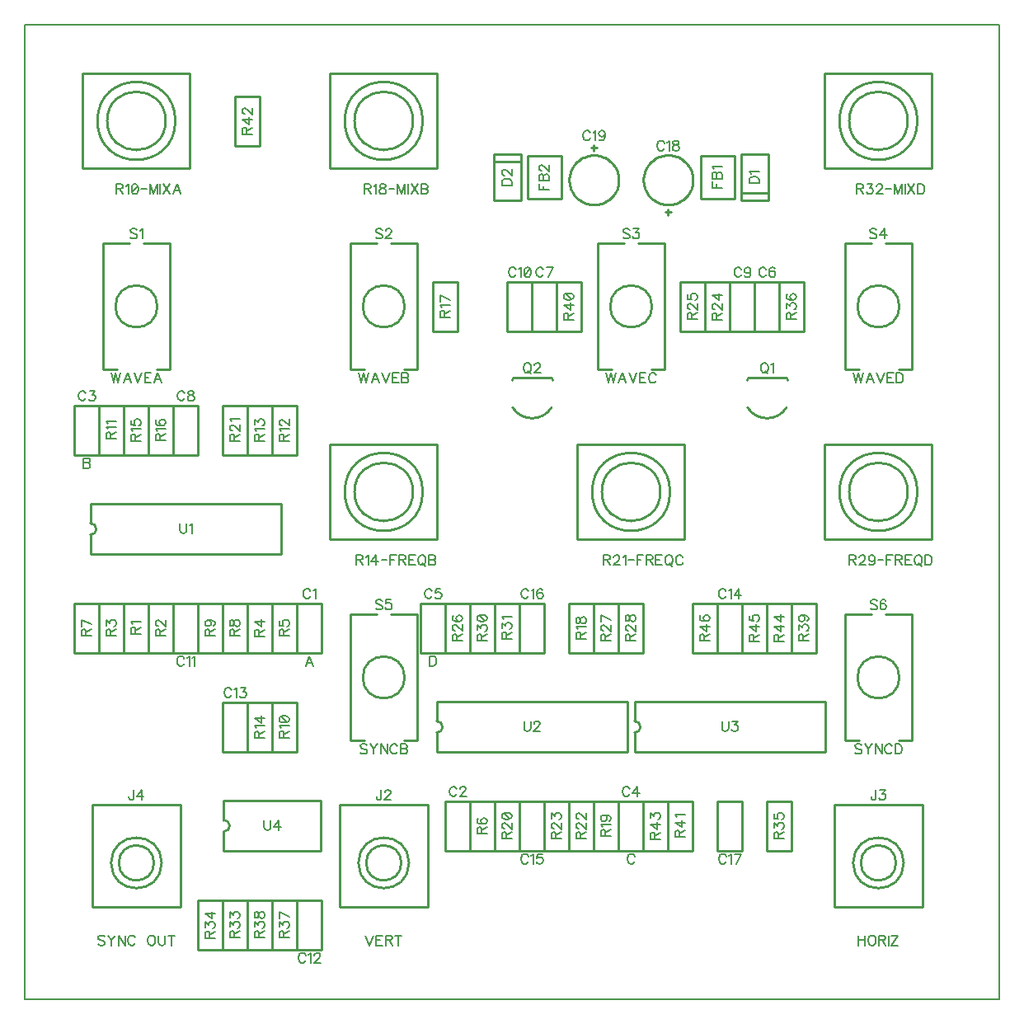
<source format=gbr>
G04 DipTrace 3.2.0.1*
G04 TopAssy.gbr*
%MOIN*%
G04 #@! TF.FileFunction,Drawing,Top*
G04 #@! TF.Part,Single*
%ADD10C,0.009843*%
%ADD11C,0.005512*%
%ADD81C,0.006176*%
%FSLAX26Y26*%
G04*
G70*
G90*
G75*
G01*
G04 TopAssy*
%LPD*%
X1594000Y1994000D2*
D10*
X1494000D1*
Y1794000D1*
X1594000D1*
Y1994000D1*
X2194000Y1194000D2*
X2094000D1*
Y994000D1*
X2194000D1*
Y1194000D1*
X594000Y2594000D2*
X694000D1*
Y2794000D1*
X594000D1*
Y2594000D1*
X2894000Y1194000D2*
X2794000D1*
Y994000D1*
X2894000D1*
Y1194000D1*
X1994000Y1794000D2*
X2094000D1*
Y1994000D1*
X1994000D1*
Y1794000D1*
X3344000Y3094000D2*
X3444000D1*
Y3294000D1*
X3344000D1*
Y3094000D1*
X2444000D2*
X2544000D1*
Y3294000D1*
X2444000D1*
Y3094000D1*
X994000Y2594000D2*
X1094000D1*
Y2794000D1*
X994000D1*
Y2594000D1*
X3344000Y3294000D2*
X3244000D1*
Y3094000D1*
X3344000D1*
Y3294000D1*
X2444000D2*
X2344000D1*
Y3094000D1*
X2444000D1*
Y3294000D1*
X994000Y1794000D2*
X1094000D1*
Y1994000D1*
X994000D1*
Y1794000D1*
X1594000Y794000D2*
X1494000D1*
Y594000D1*
X1594000D1*
Y794000D1*
X1294000Y1594000D2*
X1194000D1*
Y1394000D1*
X1294000D1*
Y1594000D1*
X3194000Y1794000D2*
X3294000D1*
Y1994000D1*
X3194000D1*
Y1794000D1*
X2394000Y994000D2*
X2494000D1*
Y1194000D1*
X2394000D1*
Y994000D1*
Y1794000D2*
X2494000D1*
Y1994000D1*
X2394000D1*
Y1794000D1*
X3194000Y994000D2*
X3294000D1*
Y1194000D1*
X3194000D1*
Y994000D1*
X3005800Y3575143D2*
X2982200D1*
X2994000Y3563301D2*
Y3586986D1*
X2894000Y3705053D2*
X2894244Y3712025D1*
X2894973Y3718962D1*
X2896185Y3725832D1*
X2897874Y3732601D1*
X2900031Y3739235D1*
X2902645Y3745703D1*
X2905705Y3751972D1*
X2909195Y3758014D1*
X2913098Y3763797D1*
X2917396Y3769294D1*
X2922066Y3774478D1*
X2927087Y3779323D1*
X2932434Y3783807D1*
X2938081Y3787907D1*
X2944000Y3791604D1*
X2950163Y3794879D1*
X2956539Y3797716D1*
X2963098Y3800102D1*
X2969808Y3802025D1*
X2976635Y3803475D1*
X2983547Y3804446D1*
X2990510Y3804933D1*
X2997490D1*
X3004453Y3804446D1*
X3011365Y3803475D1*
X3018192Y3802025D1*
X3024902Y3800102D1*
X3031461Y3797716D1*
X3037837Y3794879D1*
X3044000Y3791604D1*
X3049919Y3787907D1*
X3055566Y3783807D1*
X3060913Y3779323D1*
X3065934Y3774478D1*
X3070604Y3769294D1*
X3074902Y3763797D1*
X3078805Y3758014D1*
X3082295Y3751972D1*
X3085355Y3745703D1*
X3087969Y3739235D1*
X3090126Y3732601D1*
X3091815Y3725832D1*
X3093027Y3718962D1*
X3093756Y3712025D1*
X3094000Y3705053D1*
X3093756Y3698082D1*
X3093027Y3691144D1*
X3091815Y3684275D1*
X3090126Y3677506D1*
X3087969Y3670872D1*
X3085355Y3664404D1*
X3082295Y3658134D1*
X3078805Y3652093D1*
X3074902Y3646310D1*
X3070604Y3640813D1*
X3065934Y3635629D1*
X3060913Y3630784D1*
X3055566Y3626300D1*
X3049919Y3622199D1*
X3044000Y3618503D1*
X3037837Y3615228D1*
X3031461Y3612391D1*
X3024902Y3610005D1*
X3018192Y3608082D1*
X3011365Y3606632D1*
X3004453Y3605661D1*
X2997490Y3605174D1*
X2990510D1*
X2983547Y3605661D1*
X2976635Y3606632D1*
X2969808Y3608082D1*
X2963098Y3610005D1*
X2956539Y3612391D1*
X2950163Y3615228D1*
X2944000Y3618503D1*
X2938081Y3622199D1*
X2932434Y3626300D1*
X2927087Y3630784D1*
X2922066Y3635629D1*
X2917396Y3640813D1*
X2913098Y3646310D1*
X2909195Y3652093D1*
X2905705Y3658134D1*
X2902645Y3664404D1*
X2900031Y3670872D1*
X2897874Y3677506D1*
X2896185Y3684275D1*
X2894973Y3691144D1*
X2894244Y3698082D1*
X2894000Y3705053D1*
X2682200Y3834857D2*
X2705800D1*
X2694000Y3846699D2*
Y3823014D1*
X2594000Y3704947D2*
X2594244Y3711918D1*
X2594973Y3718856D1*
X2596185Y3725725D1*
X2597874Y3732494D1*
X2600031Y3739128D1*
X2602645Y3745596D1*
X2605705Y3751866D1*
X2609195Y3757907D1*
X2613098Y3763690D1*
X2617396Y3769187D1*
X2622066Y3774371D1*
X2627087Y3779216D1*
X2632434Y3783700D1*
X2638081Y3787801D1*
X2644000Y3791497D1*
X2650163Y3794772D1*
X2656539Y3797609D1*
X2663098Y3799995D1*
X2669808Y3801918D1*
X2676635Y3803368D1*
X2683547Y3804339D1*
X2690510Y3804826D1*
X2697490D1*
X2704453Y3804339D1*
X2711365Y3803368D1*
X2718192Y3801918D1*
X2724902Y3799995D1*
X2731461Y3797609D1*
X2737837Y3794772D1*
X2744000Y3791497D1*
X2749919Y3787801D1*
X2755566Y3783700D1*
X2760913Y3779216D1*
X2765934Y3774371D1*
X2770604Y3769187D1*
X2774902Y3763690D1*
X2778805Y3757907D1*
X2782295Y3751866D1*
X2785355Y3745596D1*
X2787969Y3739128D1*
X2790126Y3732494D1*
X2791815Y3725725D1*
X2793027Y3718856D1*
X2793756Y3711918D1*
X2794000Y3704947D1*
X2793756Y3697975D1*
X2793027Y3691038D1*
X2791815Y3684168D1*
X2790126Y3677399D1*
X2787969Y3670765D1*
X2785355Y3664297D1*
X2782295Y3658028D1*
X2778805Y3651986D1*
X2774902Y3646203D1*
X2770604Y3640706D1*
X2765934Y3635522D1*
X2760913Y3630677D1*
X2755566Y3626193D1*
X2749919Y3622093D1*
X2744000Y3618396D1*
X2737837Y3615121D1*
X2731461Y3612284D1*
X2724902Y3609898D1*
X2718192Y3607975D1*
X2711365Y3606525D1*
X2704453Y3605554D1*
X2697490Y3605067D1*
X2690510D1*
X2683547Y3605554D1*
X2676635Y3606525D1*
X2669808Y3607975D1*
X2663098Y3609898D1*
X2656539Y3612284D1*
X2650163Y3615121D1*
X2644000Y3618396D1*
X2638081Y3622093D1*
X2632434Y3626193D1*
X2627087Y3630677D1*
X2622066Y3635522D1*
X2617396Y3640706D1*
X2613098Y3646203D1*
X2609195Y3651986D1*
X2605705Y3658028D1*
X2602645Y3664297D1*
X2600031Y3670765D1*
X2597874Y3677399D1*
X2596185Y3684168D1*
X2594973Y3691038D1*
X2594244Y3697975D1*
X2594000Y3704947D1*
X3399118Y3621381D2*
X3288882D1*
Y3623439D2*
Y3808561D1*
X3399118Y3651222D2*
X3288882D1*
X3399118Y3808561D2*
X3288882D1*
X3399118Y3623439D2*
Y3808561D1*
X2288882Y3810619D2*
X2399118D1*
Y3808561D2*
Y3623439D1*
X2288882Y3780778D2*
X2399118D1*
X2288882Y3623439D2*
X2399118D1*
X2288882Y3808561D2*
Y3623439D1*
X3262000Y3804004D2*
Y3627996D1*
X3126000D2*
X3262000Y3628486D1*
X3126000Y3804004D2*
Y3627996D1*
Y3804004D2*
X3262000D1*
X2562000D2*
Y3627996D1*
X2426000D2*
X2562000Y3628486D1*
X2426000Y3804004D2*
Y3627996D1*
Y3804004D2*
X2562000D1*
X1666835Y1180220D2*
X2021165D1*
Y766797D1*
X1666835D1*
Y1180220D1*
X1773134Y944008D2*
G02X1773134Y944008I70866J0D01*
G01*
X1741634D2*
G02X1741634Y944008I102366J0D01*
G01*
X3666835Y1180220D2*
X4021165D1*
Y766797D1*
X3666835D1*
Y1180220D1*
X3773134Y944008D2*
G02X3773134Y944008I70866J0D01*
G01*
X3741634D2*
G02X3741634Y944008I102366J0D01*
G01*
X666835Y1180220D2*
X1021165D1*
Y766797D1*
X666835D1*
Y1180220D1*
X773134Y944008D2*
G02X773134Y944008I70866J0D01*
G01*
X741634D2*
G02X741634Y944008I102366J0D01*
G01*
X3315247Y2906992D2*
X3311336Y2895186D1*
X3315247Y2784944D2*
G03X3472753Y2784944I78753J49953D01*
G01*
Y2906992D2*
X3476664Y2895186D1*
X3472753Y2906992D2*
X3315247D1*
X2365247D2*
X2361336Y2895186D1*
X2365247Y2784944D2*
G03X2522753Y2784944I78753J49953D01*
G01*
Y2906992D2*
X2526664Y2895186D1*
X2522753Y2906992D2*
X2365247D1*
X794000Y1794174D2*
Y1993826D1*
X894000D2*
X794000D1*
X894000Y1794174D2*
Y1993826D1*
Y1794174D2*
X794000D1*
X994000Y1993826D2*
Y1794174D1*
X894000D2*
X994000D1*
X894000Y1993826D2*
Y1794174D1*
Y1993826D2*
X994000D1*
X694000Y1794174D2*
Y1993826D1*
X794000D2*
X694000D1*
X794000Y1794174D2*
Y1993826D1*
Y1794174D2*
X694000D1*
X1294000D2*
Y1993826D1*
X1394000D2*
X1294000D1*
X1394000Y1794174D2*
Y1993826D1*
Y1794174D2*
X1294000D1*
X1394000D2*
Y1993826D1*
X1494000D2*
X1394000D1*
X1494000Y1794174D2*
Y1993826D1*
Y1794174D2*
X1394000D1*
X2194000Y994174D2*
Y1193826D1*
X2294000D2*
X2194000D1*
X2294000Y994174D2*
Y1193826D1*
Y994174D2*
X2194000D1*
X594000Y1794174D2*
Y1993826D1*
X694000D2*
X594000D1*
X694000Y1794174D2*
Y1993826D1*
Y1794174D2*
X594000D1*
X1294000Y1993826D2*
Y1794174D1*
X1194000D2*
X1294000D1*
X1194000Y1993826D2*
Y1794174D1*
Y1993826D2*
X1294000D1*
X1094000Y1794174D2*
Y1993826D1*
X1194000D2*
X1094000D1*
X1194000Y1794174D2*
Y1993826D1*
Y1794174D2*
X1094000D1*
X1494000Y1593826D2*
Y1394174D1*
X1394000D2*
X1494000D1*
X1394000Y1593826D2*
Y1394174D1*
Y1593826D2*
X1494000D1*
X694000Y2594174D2*
Y2793826D1*
X794000D2*
X694000D1*
X794000Y2594174D2*
Y2793826D1*
Y2594174D2*
X694000D1*
X1494000Y2793826D2*
Y2594174D1*
X1394000D2*
X1494000D1*
X1394000Y2793826D2*
Y2594174D1*
Y2793826D2*
X1494000D1*
X1294000Y2594174D2*
Y2793826D1*
X1394000D2*
X1294000D1*
X1394000Y2594174D2*
Y2793826D1*
Y2594174D2*
X1294000D1*
X1394000Y1593826D2*
Y1394174D1*
X1294000D2*
X1394000D1*
X1294000Y1593826D2*
Y1394174D1*
Y1593826D2*
X1394000D1*
X894000Y2793826D2*
Y2594174D1*
X794000D2*
X894000D1*
X794000Y2793826D2*
Y2594174D1*
Y2793826D2*
X894000D1*
X994000D2*
Y2594174D1*
X894000D2*
X994000D1*
X894000Y2793826D2*
Y2594174D1*
Y2793826D2*
X994000D1*
X2144000Y3293826D2*
Y3094174D1*
X2044000D2*
X2144000D1*
X2044000Y3293826D2*
Y3094174D1*
Y3293826D2*
X2144000D1*
X2694000Y1993826D2*
Y1794174D1*
X2594000D2*
X2694000D1*
X2594000Y1993826D2*
Y1794174D1*
Y1993826D2*
X2694000D1*
X2794000Y1193826D2*
Y994174D1*
X2694000D2*
X2794000D1*
X2694000Y1193826D2*
Y994174D1*
Y1193826D2*
X2794000D1*
X2394000D2*
Y994174D1*
X2294000D2*
X2394000D1*
X2294000Y1193826D2*
Y994174D1*
Y1193826D2*
X2394000D1*
X1294000Y2793826D2*
Y2594174D1*
X1194000D2*
X1294000D1*
X1194000Y2793826D2*
Y2594174D1*
Y2793826D2*
X1294000D1*
X2594000Y994174D2*
Y1193826D1*
X2694000D2*
X2594000D1*
X2694000Y994174D2*
Y1193826D1*
Y994174D2*
X2594000D1*
X2494000D2*
Y1193826D1*
X2594000D2*
X2494000D1*
X2594000Y994174D2*
Y1193826D1*
Y994174D2*
X2494000D1*
X3144000Y3094174D2*
Y3293826D1*
X3244000D2*
X3144000D1*
X3244000Y3094174D2*
Y3293826D1*
Y3094174D2*
X3144000D1*
Y3293826D2*
Y3094174D1*
X3044000D2*
X3144000D1*
X3044000Y3293826D2*
Y3094174D1*
Y3293826D2*
X3144000D1*
X2094000Y1794174D2*
Y1993826D1*
X2194000D2*
X2094000D1*
X2194000Y1794174D2*
Y1993826D1*
Y1794174D2*
X2094000D1*
X2794000Y1993826D2*
Y1794174D1*
X2694000D2*
X2794000D1*
X2694000Y1993826D2*
Y1794174D1*
Y1993826D2*
X2794000D1*
Y1794174D2*
Y1993826D1*
X2894000D2*
X2794000D1*
X2894000Y1794174D2*
Y1993826D1*
Y1794174D2*
X2794000D1*
X2294000Y1993826D2*
Y1794174D1*
X2194000D2*
X2294000D1*
X2194000Y1993826D2*
Y1794174D1*
Y1993826D2*
X2294000D1*
X2394000D2*
Y1794174D1*
X2294000D2*
X2394000D1*
X2294000Y1993826D2*
Y1794174D1*
Y1993826D2*
X2394000D1*
X1194000Y594174D2*
Y793826D1*
X1294000D2*
X1194000D1*
X1294000Y594174D2*
Y793826D1*
Y594174D2*
X1194000D1*
X1094000D2*
Y793826D1*
X1194000D2*
X1094000D1*
X1194000Y594174D2*
Y793826D1*
Y594174D2*
X1094000D1*
X3394000Y994174D2*
Y1193826D1*
X3494000D2*
X3394000D1*
X3494000Y994174D2*
Y1193826D1*
Y994174D2*
X3394000D1*
X3444000Y3094174D2*
Y3293826D1*
X3544000D2*
X3444000D1*
X3544000Y3094174D2*
Y3293826D1*
Y3094174D2*
X3444000D1*
X1394000Y594174D2*
Y793826D1*
X1494000D2*
X1394000D1*
X1494000Y594174D2*
Y793826D1*
Y594174D2*
X1394000D1*
X1294000D2*
Y793826D1*
X1394000D2*
X1294000D1*
X1394000Y594174D2*
Y793826D1*
Y594174D2*
X1294000D1*
X3494000Y1794174D2*
Y1993826D1*
X3594000D2*
X3494000D1*
X3594000Y1794174D2*
Y1993826D1*
Y1794174D2*
X3494000D1*
X2544000Y3094174D2*
Y3293826D1*
X2644000D2*
X2544000D1*
X2644000Y3094174D2*
Y3293826D1*
Y3094174D2*
X2544000D1*
X3094000Y1193826D2*
Y994174D1*
X2994000D2*
X3094000D1*
X2994000Y1193826D2*
Y994174D1*
Y1193826D2*
X3094000D1*
X1344000Y4043826D2*
Y3844174D1*
X1244000D2*
X1344000D1*
X1244000Y4043826D2*
Y3844174D1*
Y4043826D2*
X1344000D1*
X2894000Y994174D2*
Y1193826D1*
X2994000D2*
X2894000D1*
X2994000Y994174D2*
Y1193826D1*
Y994174D2*
X2894000D1*
X3494000Y1993826D2*
Y1794174D1*
X3394000D2*
X3494000D1*
X3394000Y1993826D2*
Y1794174D1*
Y1993826D2*
X3494000D1*
X3294000Y1794174D2*
Y1993826D1*
X3394000D2*
X3294000D1*
X3394000Y1794174D2*
Y1993826D1*
Y1794174D2*
X3294000D1*
X3194000Y1993826D2*
Y1794174D1*
X3094000D2*
X3194000D1*
X3094000Y1993826D2*
Y1794174D1*
Y1993826D2*
X3194000D1*
X627465Y3751074D2*
X1060528D1*
Y4136926D1*
X627465D1*
Y3751074D1*
X686514Y3944000D2*
G02X686514Y3944000I157482J0D01*
G01*
X725898D2*
G02X725898Y3944000I118098J0D01*
G01*
X1627465Y2251074D2*
X2060528D1*
Y2636926D1*
X1627465D1*
Y2251074D1*
X1686514Y2444000D2*
G02X1686514Y2444000I157482J0D01*
G01*
X1725898D2*
G02X1725898Y2444000I118098J0D01*
G01*
X1627465Y3751074D2*
X2060528D1*
Y4136926D1*
X1627465D1*
Y3751074D1*
X1686514Y3944000D2*
G02X1686514Y3944000I157482J0D01*
G01*
X1725898D2*
G02X1725898Y3944000I118098J0D01*
G01*
X2627465Y2251074D2*
X3060528D1*
Y2636926D1*
X2627465D1*
Y2251074D1*
X2686514Y2444000D2*
G02X2686514Y2444000I157482J0D01*
G01*
X2725898D2*
G02X2725898Y2444000I118098J0D01*
G01*
X3627465Y2251074D2*
X4060528D1*
Y2636926D1*
X3627465D1*
Y2251074D1*
X3686514Y2444000D2*
G02X3686514Y2444000I157482J0D01*
G01*
X3725898D2*
G02X3725898Y2444000I118098J0D01*
G01*
X3627465Y3751074D2*
X4060528D1*
Y4136926D1*
X3627465D1*
Y3751074D1*
X3686514Y3944000D2*
G02X3686514Y3944000I157482J0D01*
G01*
X3725898D2*
G02X3725898Y3944000I118098J0D01*
G01*
X710142Y3449906D2*
X816452D1*
X759348Y3194000D2*
G02X759348Y3194000I84652J0D01*
G01*
X765265Y2938094D2*
X710142D1*
Y2942035D2*
Y3449906D1*
X871548D2*
X977858D1*
Y2938094D1*
X926671D1*
X1710142Y3449906D2*
X1816452D1*
X1759348Y3194000D2*
G02X1759348Y3194000I84652J0D01*
G01*
X1765265Y2938094D2*
X1710142D1*
Y2942035D2*
Y3449906D1*
X1871548D2*
X1977858D1*
Y2938094D1*
X1926671D1*
X2710142Y3449906D2*
X2816452D1*
X2759348Y3194000D2*
G02X2759348Y3194000I84652J0D01*
G01*
X2765265Y2938094D2*
X2710142D1*
Y2942035D2*
Y3449906D1*
X2871548D2*
X2977858D1*
Y2938094D1*
X2926671D1*
X3710142Y3449906D2*
X3816452D1*
X3759348Y3194000D2*
G02X3759348Y3194000I84652J0D01*
G01*
X3765265Y2938094D2*
X3710142D1*
Y2942035D2*
Y3449906D1*
X3871548D2*
X3977858D1*
Y2938094D1*
X3926671D1*
X1710142Y1949906D2*
X1816452D1*
X1759348Y1694000D2*
G02X1759348Y1694000I84652J0D01*
G01*
X1765265Y1438094D2*
X1710142D1*
Y1442035D2*
Y1949906D1*
X1871548D2*
X1977858D1*
Y1438094D1*
X1926671D1*
X3710142Y1949906D2*
X3816452D1*
X3759348Y1694000D2*
G02X3759348Y1694000I84652J0D01*
G01*
X3765265Y1438094D2*
X3710142D1*
Y1442035D2*
Y1949906D1*
X3871548D2*
X3977858D1*
Y1438094D1*
X3926671D1*
X658173Y2396367D2*
X1429827D1*
Y2191633D2*
Y2396367D1*
X658173Y2191633D2*
X1429827D1*
X658173D2*
Y2270374D1*
Y2396367D2*
Y2317626D1*
Y2270374D2*
G03X658173Y2317626I-13J23626D01*
G01*
X2058173Y1596367D2*
X2829827D1*
Y1391633D2*
Y1596367D1*
X2058173Y1391633D2*
X2829827D1*
X2058173D2*
Y1470374D1*
Y1596367D2*
Y1517626D1*
Y1470374D2*
G03X2058173Y1517626I-13J23626D01*
G01*
X2858173Y1596367D2*
X3629827D1*
Y1391633D2*
Y1596367D1*
X2858173Y1391633D2*
X3629827D1*
X2858173D2*
Y1470374D1*
Y1596367D2*
Y1517626D1*
Y1470374D2*
G03X2858173Y1517626I-13J23626D01*
G01*
X1197150Y1196367D2*
X1590850D1*
Y991633D2*
Y1196367D1*
X1197150Y991633D2*
X1590850D1*
X1197150D2*
Y1070374D1*
Y1196367D2*
Y1117626D1*
Y1070374D2*
G03X1197150Y1117626I-4J23626D01*
G01*
X1547375Y2043028D2*
D81*
X1545474Y2046830D1*
X1541627Y2050677D1*
X1537824Y2052578D1*
X1530175D1*
X1526328Y2050677D1*
X1522526Y2046830D1*
X1520580Y2043028D1*
X1518679Y2037280D1*
Y2027685D1*
X1520580Y2021981D1*
X1522526Y2018134D1*
X1526328Y2014332D1*
X1530175Y2012386D1*
X1537824D1*
X1541627Y2014332D1*
X1545474Y2018134D1*
X1547375Y2021981D1*
X1559726Y2044885D2*
X1563573Y2046830D1*
X1569321Y2052534D1*
Y2012386D1*
X1559321Y1740241D2*
X1543978Y1780433D1*
X1528679Y1740241D1*
X1534427Y1753638D2*
X1553573D1*
X2138775Y1243028D2*
X2136874Y1246830D1*
X2133027Y1250677D1*
X2129224Y1252578D1*
X2121575D1*
X2117728Y1250677D1*
X2113926Y1246830D1*
X2111980Y1243028D1*
X2110079Y1237280D1*
Y1227685D1*
X2111980Y1221981D1*
X2113926Y1218134D1*
X2117728Y1214332D1*
X2121575Y1212386D1*
X2129224D1*
X2133027Y1214332D1*
X2136874Y1218134D1*
X2138775Y1221981D1*
X2153072Y1242984D2*
Y1244885D1*
X2154973Y1248732D1*
X2156874Y1250633D1*
X2160721Y1252534D1*
X2168370D1*
X2172173Y1250633D1*
X2174074Y1248732D1*
X2176020Y1244885D1*
Y1241082D1*
X2174074Y1237236D1*
X2170272Y1231532D1*
X2151126Y1212386D1*
X2177921D1*
X638775Y2843028D2*
X636874Y2846830D1*
X633027Y2850677D1*
X629224Y2852578D1*
X621575D1*
X617728Y2850677D1*
X613926Y2846830D1*
X611980Y2843028D1*
X610079Y2837280D1*
Y2827685D1*
X611980Y2821981D1*
X613926Y2818134D1*
X617728Y2814332D1*
X621575Y2812386D1*
X629224D1*
X633027Y2814332D1*
X636874Y2818134D1*
X638775Y2821981D1*
X654973Y2852534D2*
X675976D1*
X664524Y2837236D1*
X670272D1*
X674074Y2835334D1*
X675976Y2833433D1*
X677921Y2827685D1*
Y2823883D1*
X675976Y2818134D1*
X672173Y2814288D1*
X666425Y2812386D1*
X660677D1*
X654973Y2814288D1*
X653072Y2816233D1*
X651126Y2820036D1*
X630603Y2580433D2*
Y2540241D1*
X647847D1*
X653595Y2542187D1*
X655496Y2544088D1*
X657397Y2547890D1*
Y2553638D1*
X655496Y2557485D1*
X653595Y2559386D1*
X647847Y2561288D1*
X653595Y2563233D1*
X655496Y2565134D1*
X657397Y2568937D1*
Y2572784D1*
X655496Y2576586D1*
X653595Y2578532D1*
X647847Y2580433D1*
X630603D1*
Y2561288D2*
X647847D1*
X2837824Y1243028D2*
X2835923Y1246830D1*
X2832076Y1250677D1*
X2828274Y1252578D1*
X2820624D1*
X2816778Y1250677D1*
X2812975Y1246830D1*
X2811030Y1243028D1*
X2809128Y1237280D1*
Y1227685D1*
X2811030Y1221981D1*
X2812975Y1218134D1*
X2816778Y1214332D1*
X2820624Y1212386D1*
X2828274D1*
X2832076Y1214332D1*
X2835923Y1218134D1*
X2837824Y1221981D1*
X2869321Y1212386D2*
Y1252534D1*
X2850176Y1225784D1*
X2878872D1*
X2858348Y970882D2*
X2856447Y974685D1*
X2852600Y978532D1*
X2848797Y980433D1*
X2841148D1*
X2837301Y978532D1*
X2833499Y974685D1*
X2831553Y970882D1*
X2829652Y965134D1*
Y955540D1*
X2831553Y949836D1*
X2833499Y945989D1*
X2837301Y942187D1*
X2841148Y940241D1*
X2848797D1*
X2852600Y942187D1*
X2856447Y945989D1*
X2858348Y949836D1*
X2038775Y2043028D2*
X2036874Y2046830D1*
X2033027Y2050677D1*
X2029224Y2052578D1*
X2021575D1*
X2017728Y2050677D1*
X2013926Y2046830D1*
X2011980Y2043028D1*
X2010079Y2037280D1*
Y2027685D1*
X2011980Y2021981D1*
X2013926Y2018134D1*
X2017728Y2014332D1*
X2021575Y2012386D1*
X2029224D1*
X2033027Y2014332D1*
X2036874Y2018134D1*
X2038775Y2021981D1*
X2074074Y2052534D2*
X2054973D1*
X2053072Y2035334D1*
X2054973Y2037236D1*
X2060721Y2039181D1*
X2066425D1*
X2072173Y2037236D1*
X2076020Y2033433D1*
X2077921Y2027685D1*
Y2023883D1*
X2076020Y2018134D1*
X2072173Y2014288D1*
X2066425Y2012386D1*
X2060721D1*
X2054973Y2014288D1*
X2053072Y2016233D1*
X2051126Y2020036D1*
X2030603Y1780433D2*
Y1740241D1*
X2044000D1*
X2049748Y1742187D1*
X2053595Y1745989D1*
X2055496Y1749836D1*
X2057397Y1755540D1*
Y1765134D1*
X2055496Y1770882D1*
X2053595Y1774685D1*
X2049748Y1778532D1*
X2044000Y1780433D1*
X2030603D1*
X3389748Y3343028D2*
X3387846Y3346830D1*
X3384000Y3350677D1*
X3380197Y3352578D1*
X3372548D1*
X3368701Y3350677D1*
X3364898Y3346830D1*
X3362953Y3343028D1*
X3361052Y3337280D1*
Y3327685D1*
X3362953Y3321981D1*
X3364898Y3318134D1*
X3368701Y3314332D1*
X3372548Y3312386D1*
X3380197D1*
X3384000Y3314332D1*
X3387846Y3318134D1*
X3389748Y3321981D1*
X3425047Y3346830D2*
X3423146Y3350633D1*
X3417398Y3352534D1*
X3413595D1*
X3407847Y3350633D1*
X3404000Y3344885D1*
X3402099Y3335334D1*
Y3325784D1*
X3404000Y3318134D1*
X3407847Y3314288D1*
X3413595Y3312386D1*
X3415496D1*
X3421200Y3314288D1*
X3425047Y3318134D1*
X3426948Y3323883D1*
Y3325784D1*
X3425047Y3331532D1*
X3421200Y3335334D1*
X3415496Y3337236D1*
X3413595D1*
X3407847Y3335334D1*
X3404000Y3331532D1*
X3402099Y3325784D1*
X2488775Y3343028D2*
X2486874Y3346830D1*
X2483027Y3350677D1*
X2479224Y3352578D1*
X2471575D1*
X2467728Y3350677D1*
X2463926Y3346830D1*
X2461980Y3343028D1*
X2460079Y3337280D1*
Y3327685D1*
X2461980Y3321981D1*
X2463926Y3318134D1*
X2467728Y3314332D1*
X2471575Y3312386D1*
X2479224D1*
X2483027Y3314332D1*
X2486874Y3318134D1*
X2488775Y3321981D1*
X2508776Y3312386D2*
X2527921Y3352534D1*
X2501126D1*
X1038797Y2843028D2*
X1036896Y2846830D1*
X1033049Y2850677D1*
X1029246Y2852578D1*
X1021597D1*
X1017750Y2850677D1*
X1013948Y2846830D1*
X1012002Y2843028D1*
X1010101Y2837280D1*
Y2827685D1*
X1012002Y2821981D1*
X1013948Y2818134D1*
X1017750Y2814332D1*
X1021597Y2812386D1*
X1029246D1*
X1033049Y2814332D1*
X1036896Y2818134D1*
X1038797Y2821981D1*
X1060699Y2852534D2*
X1054995Y2850633D1*
X1053050Y2846830D1*
Y2842984D1*
X1054995Y2839181D1*
X1058798Y2837236D1*
X1066447Y2835334D1*
X1072195Y2833433D1*
X1075998Y2829586D1*
X1077899Y2825784D1*
Y2820036D1*
X1075998Y2816233D1*
X1074096Y2814288D1*
X1068348Y2812386D1*
X1060699D1*
X1054995Y2814288D1*
X1053050Y2816233D1*
X1051148Y2820036D1*
Y2825784D1*
X1053050Y2829586D1*
X1056896Y2833433D1*
X1062600Y2835334D1*
X1070250Y2837236D1*
X1074096Y2839181D1*
X1075998Y2842984D1*
Y2846830D1*
X1074096Y2850633D1*
X1068348Y2852534D1*
X1060699D1*
X3289726Y3343028D2*
X3287824Y3346830D1*
X3283978Y3350677D1*
X3280175Y3352578D1*
X3272526D1*
X3268679Y3350677D1*
X3264876Y3346830D1*
X3262931Y3343028D1*
X3261030Y3337280D1*
Y3327685D1*
X3262931Y3321981D1*
X3264876Y3318134D1*
X3268679Y3314332D1*
X3272526Y3312386D1*
X3280175D1*
X3283978Y3314332D1*
X3287824Y3318134D1*
X3289726Y3321981D1*
X3326970Y3339181D2*
X3325025Y3333433D1*
X3321222Y3329586D1*
X3315474Y3327685D1*
X3313573D1*
X3307825Y3329586D1*
X3304022Y3333433D1*
X3302077Y3339181D1*
Y3341082D1*
X3304022Y3346830D1*
X3307825Y3350633D1*
X3313573Y3352534D1*
X3315474D1*
X3321222Y3350633D1*
X3325025Y3346830D1*
X3326970Y3339181D1*
Y3329586D1*
X3325025Y3320036D1*
X3321222Y3314288D1*
X3315474Y3312386D1*
X3311672D1*
X3305924Y3314288D1*
X3304022Y3318134D1*
X2377802Y3343028D2*
X2375901Y3346830D1*
X2372054Y3350677D1*
X2368251Y3352578D1*
X2360602D1*
X2356755Y3350677D1*
X2352953Y3346830D1*
X2351007Y3343028D1*
X2349106Y3337280D1*
Y3327685D1*
X2351007Y3321981D1*
X2352953Y3318134D1*
X2356755Y3314332D1*
X2360602Y3312386D1*
X2368251D1*
X2372054Y3314332D1*
X2375901Y3318134D1*
X2377802Y3321981D1*
X2390153Y3344885D2*
X2394000Y3346830D1*
X2399748Y3352534D1*
Y3312386D1*
X2423595Y3352534D2*
X2417847Y3350633D1*
X2414001Y3344885D1*
X2412099Y3335334D1*
Y3329586D1*
X2414001Y3320036D1*
X2417847Y3314288D1*
X2423595Y3312386D1*
X2427398D1*
X2433146Y3314288D1*
X2436949Y3320036D1*
X2438894Y3329586D1*
Y3335334D1*
X2436949Y3344885D1*
X2433146Y3350633D1*
X2427398Y3352534D1*
X2423595D1*
X2436949Y3344885D2*
X2414001Y3320036D1*
X1036402Y1770882D2*
X1034501Y1774685D1*
X1030654Y1778532D1*
X1026851Y1780433D1*
X1019202D1*
X1015355Y1778532D1*
X1011553Y1774685D1*
X1009607Y1770882D1*
X1007706Y1765134D1*
Y1755540D1*
X1009607Y1749836D1*
X1011553Y1745989D1*
X1015355Y1742187D1*
X1019202Y1740241D1*
X1026851D1*
X1030654Y1742187D1*
X1034501Y1745989D1*
X1036402Y1749836D1*
X1048753Y1772740D2*
X1052600Y1774685D1*
X1058348Y1780389D1*
Y1740241D1*
X1070699Y1772740D2*
X1074546Y1774685D1*
X1080294Y1780389D1*
Y1740241D1*
X1527802Y570882D2*
X1525901Y574685D1*
X1522054Y578532D1*
X1518251Y580433D1*
X1510602D1*
X1506755Y578532D1*
X1502953Y574685D1*
X1501007Y570882D1*
X1499106Y565134D1*
Y555540D1*
X1501007Y549836D1*
X1502953Y545989D1*
X1506755Y542187D1*
X1510602Y540241D1*
X1518251D1*
X1522054Y542187D1*
X1525901Y545989D1*
X1527802Y549836D1*
X1540153Y572740D2*
X1544000Y574685D1*
X1549748Y580389D1*
Y540241D1*
X1564045Y570838D2*
Y572740D1*
X1565946Y576586D1*
X1567847Y578488D1*
X1571694Y580389D1*
X1579344D1*
X1583146Y578488D1*
X1585047Y576586D1*
X1586993Y572740D1*
Y568937D1*
X1585047Y565090D1*
X1581245Y559386D1*
X1562099Y540241D1*
X1588894D1*
X1227802Y1643028D2*
X1225901Y1646830D1*
X1222054Y1650677D1*
X1218251Y1652578D1*
X1210602D1*
X1206755Y1650677D1*
X1202953Y1646830D1*
X1201007Y1643028D1*
X1199106Y1637280D1*
Y1627685D1*
X1201007Y1621981D1*
X1202953Y1618134D1*
X1206755Y1614332D1*
X1210602Y1612386D1*
X1218251D1*
X1222054Y1614332D1*
X1225901Y1618134D1*
X1227802Y1621981D1*
X1240153Y1644885D2*
X1244000Y1646830D1*
X1249748Y1652534D1*
Y1612386D1*
X1265946Y1652534D2*
X1286949D1*
X1275497Y1637236D1*
X1281245D1*
X1285047Y1635334D1*
X1286949Y1633433D1*
X1288894Y1627685D1*
Y1623883D1*
X1286949Y1618134D1*
X1283146Y1614288D1*
X1277398Y1612386D1*
X1271650D1*
X1265946Y1614288D1*
X1264045Y1616233D1*
X1262099Y1620036D1*
X3226851Y2043028D2*
X3224950Y2046830D1*
X3221103Y2050677D1*
X3217301Y2052578D1*
X3209651D1*
X3205805Y2050677D1*
X3202002Y2046830D1*
X3200057Y2043028D1*
X3198155Y2037280D1*
Y2027685D1*
X3200057Y2021981D1*
X3202002Y2018134D1*
X3205805Y2014332D1*
X3209651Y2012386D1*
X3217301D1*
X3221103Y2014332D1*
X3224950Y2018134D1*
X3226851Y2021981D1*
X3239203Y2044885D2*
X3243049Y2046830D1*
X3248797Y2052534D1*
Y2012386D1*
X3280294D2*
Y2052534D1*
X3261149Y2025784D1*
X3289845D1*
X2427802Y970882D2*
X2425901Y974685D1*
X2422054Y978532D1*
X2418251Y980433D1*
X2410602D1*
X2406755Y978532D1*
X2402953Y974685D1*
X2401007Y970882D1*
X2399106Y965134D1*
Y955540D1*
X2401007Y949836D1*
X2402953Y945989D1*
X2406755Y942187D1*
X2410602Y940241D1*
X2418251D1*
X2422054Y942187D1*
X2425901Y945989D1*
X2427802Y949836D1*
X2440153Y972740D2*
X2444000Y974685D1*
X2449748Y980389D1*
Y940241D1*
X2485047Y980389D2*
X2465946D1*
X2464045Y963189D1*
X2465946Y965090D1*
X2471694Y967036D1*
X2477398D1*
X2483146Y965090D1*
X2486993Y961288D1*
X2488894Y955540D1*
Y951737D1*
X2486993Y945989D1*
X2483146Y942142D1*
X2477398Y940241D1*
X2471694D1*
X2465946Y942142D1*
X2464045Y944088D1*
X2462099Y947890D1*
X2428775Y2043028D2*
X2426873Y2046830D1*
X2423027Y2050677D1*
X2419224Y2052578D1*
X2411575D1*
X2407728Y2050677D1*
X2403925Y2046830D1*
X2401980Y2043028D1*
X2400079Y2037280D1*
Y2027685D1*
X2401980Y2021981D1*
X2403925Y2018134D1*
X2407728Y2014332D1*
X2411575Y2012386D1*
X2419224D1*
X2423027Y2014332D1*
X2426873Y2018134D1*
X2428775Y2021981D1*
X2441126Y2044885D2*
X2444973Y2046830D1*
X2450721Y2052534D1*
Y2012386D1*
X2486020Y2046830D2*
X2484119Y2050633D1*
X2478371Y2052534D1*
X2474568D1*
X2468820Y2050633D1*
X2464973Y2044885D1*
X2463072Y2035334D1*
Y2025784D1*
X2464973Y2018134D1*
X2468820Y2014288D1*
X2474568Y2012386D1*
X2476470D1*
X2482173Y2014288D1*
X2486020Y2018134D1*
X2487921Y2023883D1*
Y2025784D1*
X2486020Y2031532D1*
X2482173Y2035334D1*
X2476470Y2037236D1*
X2474568D1*
X2468820Y2035334D1*
X2464973Y2031532D1*
X2463072Y2025784D1*
X3227802Y970882D2*
X3225901Y974685D1*
X3222054Y978532D1*
X3218251Y980433D1*
X3210602D1*
X3206755Y978532D1*
X3202953Y974685D1*
X3201007Y970882D1*
X3199106Y965134D1*
Y955540D1*
X3201007Y949836D1*
X3202953Y945989D1*
X3206755Y942187D1*
X3210602Y940241D1*
X3218251D1*
X3222054Y942187D1*
X3225901Y945989D1*
X3227802Y949836D1*
X3240153Y972740D2*
X3244000Y974685D1*
X3249748Y980389D1*
Y940241D1*
X3269749D2*
X3288894Y980389D1*
X3262099D1*
X2977824Y3854021D2*
X2975923Y3857824D1*
X2972076Y3861671D1*
X2968273Y3863572D1*
X2960624D1*
X2956777Y3861671D1*
X2952975Y3857824D1*
X2951029Y3854021D1*
X2949128Y3848273D1*
Y3838679D1*
X2951029Y3832975D1*
X2952975Y3829128D1*
X2956777Y3825325D1*
X2960624Y3823380D1*
X2968273D1*
X2972076Y3825325D1*
X2975923Y3829128D1*
X2977824Y3832975D1*
X2990175Y3855878D2*
X2994022Y3857824D1*
X2999770Y3863528D1*
Y3823380D1*
X3021672Y3863528D2*
X3015968Y3861626D1*
X3014023Y3857824D1*
Y3853977D1*
X3015968Y3850175D1*
X3019771Y3848229D1*
X3027420Y3846328D1*
X3033168Y3844427D1*
X3036971Y3840580D1*
X3038872Y3836777D1*
Y3831029D1*
X3036971Y3827227D1*
X3035069Y3825281D1*
X3029321Y3823380D1*
X3021672D1*
X3015968Y3825281D1*
X3014023Y3827227D1*
X3012122Y3831029D1*
Y3836777D1*
X3014023Y3840580D1*
X3017870Y3844427D1*
X3023573Y3846328D1*
X3031223Y3848229D1*
X3035069Y3850175D1*
X3036971Y3853977D1*
Y3857824D1*
X3035069Y3861626D1*
X3029321Y3863528D1*
X3021672D1*
X2678752Y3895727D2*
X2676851Y3899530D1*
X2673004Y3903377D1*
X2669202Y3905278D1*
X2661553D1*
X2657706Y3903377D1*
X2653903Y3899530D1*
X2651958Y3895727D1*
X2650057Y3889979D1*
Y3880385D1*
X2651958Y3874681D1*
X2653903Y3870834D1*
X2657706Y3867031D1*
X2661553Y3865086D1*
X2669202D1*
X2673004Y3867031D1*
X2676851Y3870834D1*
X2678752Y3874681D1*
X2691104Y3897584D2*
X2694951Y3899530D1*
X2700699Y3905234D1*
Y3865086D1*
X2737943Y3891881D2*
X2735998Y3886133D1*
X2732195Y3882286D1*
X2726447Y3880385D1*
X2724546D1*
X2718798Y3882286D1*
X2714996Y3886133D1*
X2713050Y3891881D1*
Y3893782D1*
X2714996Y3899530D1*
X2718798Y3903332D1*
X2724546Y3905234D1*
X2726447D1*
X2732195Y3903332D1*
X2735998Y3899530D1*
X2737943Y3891881D1*
Y3882286D1*
X2735998Y3872735D1*
X2732195Y3866987D1*
X2726447Y3865086D1*
X2722645D1*
X2716897Y3866987D1*
X2714996Y3870834D1*
X3321494Y3691630D2*
X3361686D1*
Y3705027D1*
X3359741Y3710775D1*
X3355938Y3714622D1*
X3352092Y3716523D1*
X3346388Y3718424D1*
X3336793D1*
X3331045Y3716523D1*
X3327242Y3714622D1*
X3323396Y3710775D1*
X3321494Y3705027D1*
Y3691630D1*
X3329188Y3730776D2*
X3327242Y3734622D1*
X3321539Y3740371D1*
X3361686Y3740370D1*
X2321494Y3683030D2*
X2361686D1*
Y3696427D1*
X2359741Y3702175D1*
X2355938Y3706022D1*
X2352092Y3707923D1*
X2346388Y3709824D1*
X2336793D1*
X2331045Y3707923D1*
X2327242Y3706022D1*
X2323396Y3702175D1*
X2321494Y3696427D1*
Y3683030D1*
X2331089Y3724121D2*
X2329188D1*
X2325341Y3726023D1*
X2323440Y3727924D1*
X2321539Y3731771D1*
Y3739420D1*
X2323440Y3743222D1*
X2325341Y3745124D1*
X2329188Y3747069D1*
X2332990D1*
X2336837Y3745124D1*
X2342541Y3741321D1*
X2361686Y3722176D1*
Y3748970D1*
X3171494Y3697901D2*
Y3673007D1*
X3211686D1*
X3190640D2*
Y3688306D1*
X3171494Y3710252D2*
X3211686D1*
Y3727496D1*
X3209741Y3733244D1*
X3207840Y3735145D1*
X3204037Y3737047D1*
X3198289D1*
X3194442Y3735145D1*
X3192541Y3733244D1*
X3190640Y3727496D1*
X3188694Y3733244D1*
X3186793Y3735145D1*
X3182990Y3737047D1*
X3179144D1*
X3175341Y3735145D1*
X3173396Y3733244D1*
X3171494Y3727496D1*
Y3710252D1*
X3190640D2*
Y3727496D1*
X3179188Y3749398D2*
X3177242Y3753245D1*
X3171539Y3758993D1*
X3211686D1*
X2471494Y3689301D2*
Y3664407D1*
X2511686D1*
X2490640D2*
Y3679706D1*
X2471494Y3701652D2*
X2511686D1*
Y3718896D1*
X2509741Y3724644D1*
X2507840Y3726545D1*
X2504037Y3728447D1*
X2498289D1*
X2494442Y3726545D1*
X2492541Y3724644D1*
X2490640Y3718896D1*
X2488694Y3724644D1*
X2486793Y3726545D1*
X2482990Y3728447D1*
X2479144D1*
X2475341Y3726545D1*
X2473396Y3724644D1*
X2471494Y3718896D1*
Y3701652D1*
X2490640D2*
Y3718896D1*
X2481089Y3742744D2*
X2479188D1*
X2475341Y3744645D1*
X2473440Y3746546D1*
X2471539Y3750393D1*
Y3758042D1*
X2473440Y3761845D1*
X2475341Y3763746D1*
X2479188Y3765692D1*
X2482990D1*
X2486837Y3763746D1*
X2492541Y3759943D1*
X2511686Y3740798D1*
Y3767593D1*
X1834000Y1238799D2*
Y1208202D1*
X1832098Y1202454D1*
X1830153Y1200552D1*
X1826350Y1198607D1*
X1822504D1*
X1818701Y1200552D1*
X1816800Y1202454D1*
X1814854Y1208202D1*
Y1212004D1*
X1848297Y1229204D2*
Y1231105D1*
X1850198Y1234952D1*
X1852099Y1236853D1*
X1855946Y1238755D1*
X1863595D1*
X1867398Y1236853D1*
X1869299Y1234952D1*
X1871244Y1231105D1*
Y1227303D1*
X1869299Y1223456D1*
X1865496Y1217752D1*
X1846351Y1198607D1*
X1873146D1*
X1770955Y650905D2*
X1786254Y610713D1*
X1801552Y650905D1*
X1838753D2*
X1813904D1*
Y610713D1*
X1838753D1*
X1813904Y631760D2*
X1829202D1*
X1851104D2*
X1868304D1*
X1874052Y633706D1*
X1875998Y635607D1*
X1877899Y639409D1*
Y643256D1*
X1875998Y647059D1*
X1874052Y649004D1*
X1868304Y650905D1*
X1851104D1*
Y610713D1*
X1864502Y631760D2*
X1877899Y610713D1*
X1903648Y650905D2*
Y610713D1*
X1890250Y650905D2*
X1917045D1*
X3834000Y1238799D2*
Y1208202D1*
X3832098Y1202454D1*
X3830153Y1200552D1*
X3826350Y1198607D1*
X3822504D1*
X3818701Y1200552D1*
X3816800Y1202454D1*
X3814854Y1208202D1*
Y1212004D1*
X3850198Y1238755D2*
X3871200D1*
X3859748Y1223456D1*
X3865496D1*
X3869299Y1221555D1*
X3871200Y1219654D1*
X3873146Y1213906D1*
Y1210103D1*
X3871200Y1204355D1*
X3867398Y1200508D1*
X3861650Y1198607D1*
X3855902D1*
X3850198Y1200508D1*
X3848297Y1202454D1*
X3846351Y1206256D1*
X3763807Y650905D2*
Y610713D1*
X3790601Y650905D2*
Y610713D1*
X3763807Y631760D2*
X3790601D1*
X3814449Y650905D2*
X3810602Y649004D1*
X3806799Y645157D1*
X3804854Y641355D1*
X3802953Y635607D1*
Y626012D1*
X3804854Y620308D1*
X3806799Y616462D1*
X3810602Y612659D1*
X3814449Y610713D1*
X3822098D1*
X3825901Y612659D1*
X3829747Y616462D1*
X3831649Y620308D1*
X3833550Y626012D1*
Y635607D1*
X3831649Y641355D1*
X3829747Y645157D1*
X3825901Y649004D1*
X3822098Y650905D1*
X3814449D1*
X3845901Y631760D2*
X3863101D1*
X3868849Y633706D1*
X3870795Y635607D1*
X3872696Y639409D1*
Y643256D1*
X3870795Y647059D1*
X3868849Y649004D1*
X3863101Y650905D1*
X3845901D1*
Y610713D1*
X3859299Y631760D2*
X3872696Y610713D1*
X3885047Y650905D2*
Y610713D1*
X3897399Y650905D2*
X3924193D1*
X3897399Y610713D1*
X3924193D1*
X833049Y1238799D2*
Y1208202D1*
X831148Y1202454D1*
X829202Y1200552D1*
X825400Y1198607D1*
X821553D1*
X817750Y1200552D1*
X815849Y1202454D1*
X813904Y1208202D1*
Y1212004D1*
X864546Y1198607D2*
Y1238755D1*
X845400Y1212004D1*
X874096D1*
X715766Y645157D2*
X711963Y649004D1*
X706215Y650905D1*
X698566D1*
X692818Y649004D1*
X688971Y645157D1*
Y641355D1*
X690916Y637508D1*
X692818Y635607D1*
X696620Y633706D1*
X708116Y629859D1*
X711963Y627958D1*
X713864Y626012D1*
X715766Y622210D1*
Y616462D1*
X711963Y612659D1*
X706215Y610713D1*
X698566D1*
X692818Y612659D1*
X688971Y616462D1*
X728117Y650905D2*
X743416Y631760D1*
Y610713D1*
X758714Y650905D2*
X743416Y631760D1*
X797860Y650905D2*
Y610713D1*
X771066Y650905D1*
Y610713D1*
X838908Y641355D2*
X837006Y645157D1*
X833160Y649004D1*
X829357Y650905D1*
X821708D1*
X817861Y649004D1*
X814058Y645157D1*
X812113Y641355D1*
X810212Y635607D1*
Y626012D1*
X812113Y620308D1*
X814058Y616462D1*
X817861Y612659D1*
X821708Y610713D1*
X829357D1*
X833160Y612659D1*
X837006Y616462D1*
X838908Y620308D1*
X901636Y650905D2*
X897789Y649004D1*
X893987Y645157D1*
X892041Y641355D1*
X890140Y635607D1*
Y626012D1*
X892041Y620308D1*
X893987Y616462D1*
X897789Y612659D1*
X901636Y610713D1*
X909285D1*
X913088Y612659D1*
X916934Y616462D1*
X918836Y620308D1*
X920737Y626012D1*
Y635607D1*
X918836Y641355D1*
X916934Y645157D1*
X913088Y649004D1*
X909285Y650905D1*
X901636D1*
X933088D2*
Y622210D1*
X934990Y616462D1*
X938836Y612659D1*
X944584Y610713D1*
X948387D1*
X954135Y612659D1*
X957982Y616462D1*
X959883Y622210D1*
Y650905D1*
X985632D2*
Y610713D1*
X972234Y650905D2*
X999029D1*
X3379202Y2965571D2*
X3375400Y2963714D1*
X3371553Y2959867D1*
X3369652Y2956020D1*
X3367706Y2950272D1*
Y2940721D1*
X3369652Y2934973D1*
X3371553Y2931171D1*
X3375400Y2927324D1*
X3379202Y2925423D1*
X3386852D1*
X3390698Y2927324D1*
X3394501Y2931171D1*
X3396402Y2934973D1*
X3398348Y2940721D1*
Y2950272D1*
X3396402Y2956020D1*
X3394501Y2959867D1*
X3390698Y2963714D1*
X3386852Y2965571D1*
X3379202D1*
X3384950Y2933072D2*
X3396402Y2921576D1*
X3410699Y2957877D2*
X3414546Y2959823D1*
X3420294Y2965526D1*
Y2925379D1*
X2420602Y2965571D2*
X2416800Y2963714D1*
X2412953Y2959867D1*
X2411052Y2956020D1*
X2409106Y2950272D1*
Y2940721D1*
X2411052Y2934973D1*
X2412953Y2931171D1*
X2416800Y2927324D1*
X2420602Y2925423D1*
X2428252D1*
X2432098Y2927324D1*
X2435901Y2931171D1*
X2437802Y2934973D1*
X2439748Y2940721D1*
Y2950272D1*
X2437802Y2956020D1*
X2435901Y2959867D1*
X2432098Y2963714D1*
X2428252Y2965571D1*
X2420602D1*
X2426350Y2933072D2*
X2437802Y2921576D1*
X2454045Y2955976D2*
Y2957877D1*
X2455946Y2961724D1*
X2457847Y2963625D1*
X2461694Y2965526D1*
X2469343D1*
X2473146Y2963625D1*
X2475047Y2961724D1*
X2476992Y2957877D1*
Y2954075D1*
X2475047Y2950228D1*
X2471244Y2944524D1*
X2452099Y2925379D1*
X2478894D1*
X840640Y1869630D2*
Y1886830D1*
X838694Y1892578D1*
X836793Y1894523D1*
X832990Y1896424D1*
X829144D1*
X825341Y1894523D1*
X823396Y1892578D1*
X821494Y1886830D1*
Y1869630D1*
X861686D1*
X840640Y1883027D2*
X861686Y1896424D1*
X829188Y1908776D2*
X827242Y1912622D1*
X821539Y1918371D1*
X861686Y1918370D1*
X940640Y1861030D2*
Y1878230D1*
X938694Y1883978D1*
X936793Y1885923D1*
X932990Y1887824D1*
X929144D1*
X925341Y1885923D1*
X923396Y1883978D1*
X921494Y1878230D1*
Y1861030D1*
X961686D1*
X940640Y1874427D2*
X961686Y1887824D1*
X931089Y1902121D2*
X929188D1*
X925341Y1904023D1*
X923440Y1905924D1*
X921539Y1909771D1*
Y1917420D1*
X923440Y1921222D1*
X925341Y1923124D1*
X929188Y1925069D1*
X932990D1*
X936837Y1923124D1*
X942541Y1919321D1*
X961686Y1900176D1*
Y1926970D1*
X740640Y1861030D2*
Y1878230D1*
X738694Y1883978D1*
X736793Y1885923D1*
X732990Y1887824D1*
X729144D1*
X725341Y1885923D1*
X723396Y1883978D1*
X721494Y1878230D1*
Y1861030D1*
X761686D1*
X740640Y1874427D2*
X761686Y1887824D1*
X721539Y1904023D2*
Y1925025D1*
X736837Y1913573D1*
Y1919321D1*
X738738Y1923124D1*
X740640Y1925025D1*
X746388Y1926970D1*
X750190D1*
X755938Y1925025D1*
X759785Y1921222D1*
X761686Y1915474D1*
Y1909726D1*
X759785Y1904022D1*
X757840Y1902121D1*
X754037Y1900176D1*
X1340640Y1860079D2*
Y1877279D1*
X1338694Y1883027D1*
X1336793Y1884972D1*
X1332990Y1886874D1*
X1329144D1*
X1325341Y1884972D1*
X1323396Y1883027D1*
X1321494Y1877279D1*
Y1860079D1*
X1361686D1*
X1340640Y1873476D2*
X1361686Y1886874D1*
Y1918370D2*
X1321539D1*
X1348289Y1899225D1*
Y1927921D1*
X1440640Y1861030D2*
Y1878230D1*
X1438694Y1883978D1*
X1436793Y1885923D1*
X1432990Y1887824D1*
X1429144D1*
X1425341Y1885923D1*
X1423396Y1883978D1*
X1421494Y1878230D1*
Y1861030D1*
X1461686D1*
X1440640Y1874427D2*
X1461686Y1887824D1*
X1421539Y1923124D2*
Y1904023D1*
X1438738Y1902121D1*
X1436837Y1904023D1*
X1434892Y1909771D1*
Y1915474D1*
X1436837Y1921222D1*
X1440640Y1925069D1*
X1446388Y1926970D1*
X1450190D1*
X1455938Y1925069D1*
X1459785Y1921222D1*
X1461686Y1915474D1*
Y1909771D1*
X1459785Y1904022D1*
X1457840Y1902121D1*
X1454037Y1900176D1*
X2240640Y1062003D2*
Y1079202D1*
X2238694Y1084950D1*
X2236793Y1086896D1*
X2232990Y1088797D1*
X2229144D1*
X2225341Y1086896D1*
X2223396Y1084950D1*
X2221494Y1079202D1*
Y1062003D1*
X2261686D1*
X2240640Y1075400D2*
X2261686Y1088797D1*
X2227242Y1124096D2*
X2223440Y1122195D1*
X2221539Y1116447D1*
Y1112645D1*
X2223440Y1106897D1*
X2229188Y1103050D1*
X2238738Y1101149D1*
X2248289Y1101148D1*
X2255938Y1103050D1*
X2259785Y1106896D1*
X2261686Y1112645D1*
Y1114546D1*
X2259785Y1120250D1*
X2255938Y1124096D1*
X2250190Y1125998D1*
X2248289D1*
X2242541Y1124096D1*
X2238738Y1120250D1*
X2236837Y1114546D1*
Y1112645D1*
X2238738Y1106897D1*
X2242541Y1103050D1*
X2248289Y1101148D1*
X640640Y1861030D2*
Y1878230D1*
X638694Y1883978D1*
X636793Y1885923D1*
X632990Y1887824D1*
X629144D1*
X625341Y1885923D1*
X623396Y1883978D1*
X621494Y1878230D1*
Y1861030D1*
X661686D1*
X640640Y1874427D2*
X661686Y1887824D1*
Y1907825D2*
X621539Y1926970D1*
Y1900176D1*
X1240640Y1861052D2*
Y1878252D1*
X1238694Y1884000D1*
X1236793Y1885945D1*
X1232990Y1887847D1*
X1229144D1*
X1225341Y1885945D1*
X1223396Y1884000D1*
X1221494Y1878252D1*
Y1861052D1*
X1261686D1*
X1240640Y1874449D2*
X1261686Y1887846D1*
X1221539Y1909748D2*
X1223440Y1904045D1*
X1227242Y1902099D1*
X1231089D1*
X1234892Y1904045D1*
X1236837Y1907847D1*
X1238738Y1915496D1*
X1240640Y1921244D1*
X1244486Y1925047D1*
X1248289Y1926948D1*
X1254037D1*
X1257840Y1925047D1*
X1259785Y1923146D1*
X1261686Y1917398D1*
Y1909748D1*
X1259785Y1904045D1*
X1257840Y1902099D1*
X1254037Y1900198D1*
X1248289D1*
X1244486Y1902099D1*
X1240640Y1905946D1*
X1238738Y1911650D1*
X1236837Y1919299D1*
X1234892Y1923146D1*
X1231089Y1925047D1*
X1227242D1*
X1223440Y1923146D1*
X1221539Y1917398D1*
Y1909748D1*
X1140640Y1861980D2*
Y1879180D1*
X1138694Y1884928D1*
X1136793Y1886874D1*
X1132990Y1888775D1*
X1129144D1*
X1125341Y1886874D1*
X1123396Y1884928D1*
X1121494Y1879180D1*
Y1861980D1*
X1161686D1*
X1140640Y1875378D2*
X1161686Y1888775D1*
X1134892Y1926020D2*
X1140640Y1924074D1*
X1144486Y1920272D1*
X1146388Y1914524D1*
Y1912622D1*
X1144486Y1906874D1*
X1140640Y1903072D1*
X1134892Y1901126D1*
X1132990D1*
X1127242Y1903072D1*
X1123440Y1906874D1*
X1121539Y1912622D1*
Y1914524D1*
X1123440Y1920272D1*
X1127242Y1924074D1*
X1134892Y1926020D1*
X1144486D1*
X1154037Y1924074D1*
X1159785Y1920272D1*
X1161686Y1914524D1*
Y1910721D1*
X1159785Y1904973D1*
X1155938Y1903072D1*
X1440640Y1450057D2*
Y1467257D1*
X1438694Y1473005D1*
X1436793Y1474950D1*
X1432990Y1476851D1*
X1429144D1*
X1425341Y1474950D1*
X1423396Y1473005D1*
X1421494Y1467257D1*
Y1450057D1*
X1461686D1*
X1440640Y1463454D2*
X1461686Y1476851D1*
X1429188Y1489203D2*
X1427242Y1493049D1*
X1421539Y1498797D1*
X1461686D1*
X1421539Y1522645D2*
X1423440Y1516897D1*
X1429188Y1513050D1*
X1438738Y1511149D1*
X1444486D1*
X1454037Y1513050D1*
X1459785Y1516897D1*
X1461686Y1522645D1*
Y1526447D1*
X1459785Y1532195D1*
X1454037Y1535998D1*
X1444486Y1537943D1*
X1438738D1*
X1429188Y1535998D1*
X1423440Y1532195D1*
X1421539Y1526447D1*
Y1522645D1*
X1429188Y1535998D2*
X1454037Y1513050D1*
X740640Y2658657D2*
Y2675856D1*
X738694Y2681604D1*
X736793Y2683550D1*
X732990Y2685451D1*
X729144D1*
X725341Y2683550D1*
X723396Y2681604D1*
X721494Y2675856D1*
Y2658657D1*
X761686D1*
X740640Y2672054D2*
X761686Y2685451D1*
X729188Y2697803D2*
X727242Y2701649D1*
X721539Y2707397D1*
X761686D1*
X729188Y2719749D2*
X727242Y2723596D1*
X721539Y2729344D1*
X761686D1*
X1440640Y2650057D2*
Y2667257D1*
X1438694Y2673005D1*
X1436793Y2674950D1*
X1432990Y2676851D1*
X1429144D1*
X1425341Y2674950D1*
X1423396Y2673005D1*
X1421494Y2667257D1*
Y2650057D1*
X1461686D1*
X1440640Y2663454D2*
X1461686Y2676851D1*
X1429188Y2689203D2*
X1427242Y2693049D1*
X1421539Y2698797D1*
X1461686D1*
X1431089Y2713094D2*
X1429188D1*
X1425341Y2714996D1*
X1423440Y2716897D1*
X1421539Y2720744D1*
Y2728393D1*
X1423440Y2732195D1*
X1425341Y2734097D1*
X1429188Y2736042D1*
X1432990D1*
X1436837Y2734097D1*
X1442541Y2730294D1*
X1461686Y2711149D1*
Y2737943D1*
X1340640Y2650057D2*
Y2667257D1*
X1338694Y2673005D1*
X1336793Y2674950D1*
X1332990Y2676851D1*
X1329144D1*
X1325341Y2674950D1*
X1323396Y2673005D1*
X1321494Y2667257D1*
Y2650057D1*
X1361686D1*
X1340640Y2663454D2*
X1361686Y2676851D1*
X1329188Y2689203D2*
X1327242Y2693049D1*
X1321539Y2698797D1*
X1361686D1*
X1321539Y2714996D2*
Y2735998D1*
X1336837Y2724546D1*
Y2730294D1*
X1338738Y2734097D1*
X1340640Y2735998D1*
X1346388Y2737943D1*
X1350190D1*
X1355938Y2735998D1*
X1359785Y2732195D1*
X1361686Y2726447D1*
Y2720699D1*
X1359785Y2714996D1*
X1357840Y2713094D1*
X1354037Y2711149D1*
X1340640Y1449106D2*
Y1466306D1*
X1338694Y1472054D1*
X1336793Y1473999D1*
X1332990Y1475901D1*
X1329144D1*
X1325341Y1473999D1*
X1323396Y1472054D1*
X1321494Y1466306D1*
Y1449106D1*
X1361686D1*
X1340640Y1462503D2*
X1361686Y1475901D1*
X1329188Y1488252D2*
X1327242Y1492099D1*
X1321539Y1497847D1*
X1361686D1*
Y1529344D2*
X1321539D1*
X1348289Y1510198D1*
Y1538894D1*
X840640Y2650057D2*
Y2667257D1*
X838694Y2673005D1*
X836793Y2674950D1*
X832990Y2676851D1*
X829144D1*
X825341Y2674950D1*
X823396Y2673005D1*
X821494Y2667257D1*
Y2650057D1*
X861686D1*
X840640Y2663454D2*
X861686Y2676851D1*
X829188Y2689203D2*
X827242Y2693049D1*
X821539Y2698797D1*
X861686D1*
X821539Y2734097D2*
Y2714996D1*
X838738Y2713094D1*
X836837Y2714996D1*
X834892Y2720744D1*
Y2726447D1*
X836837Y2732195D1*
X840640Y2736042D1*
X846388Y2737943D1*
X850190D1*
X855938Y2736042D1*
X859785Y2732195D1*
X861686Y2726447D1*
Y2720744D1*
X859785Y2714996D1*
X857840Y2713094D1*
X854037Y2711149D1*
X940640Y2651029D2*
Y2668229D1*
X938694Y2673977D1*
X936793Y2675923D1*
X932990Y2677824D1*
X929144D1*
X925341Y2675923D1*
X923396Y2673977D1*
X921494Y2668229D1*
Y2651029D1*
X961686D1*
X940640Y2664427D2*
X961686Y2677824D1*
X929188Y2690175D2*
X927242Y2694022D1*
X921539Y2699770D1*
X961686D1*
X927242Y2735069D2*
X923440Y2733168D1*
X921539Y2727420D1*
Y2723618D1*
X923440Y2717870D1*
X929188Y2714023D1*
X938738Y2712122D1*
X948289D1*
X955938Y2714023D1*
X959785Y2717870D1*
X961686Y2723618D1*
Y2725519D1*
X959785Y2731223D1*
X955938Y2735069D1*
X950190Y2736971D1*
X948289D1*
X942541Y2735069D1*
X938738Y2731223D1*
X936837Y2725519D1*
Y2723618D1*
X938738Y2717870D1*
X942541Y2714023D1*
X948289Y2712122D1*
X2090640Y3150057D2*
Y3167257D1*
X2088694Y3173005D1*
X2086793Y3174950D1*
X2082990Y3176851D1*
X2079144D1*
X2075341Y3174950D1*
X2073396Y3173005D1*
X2071494Y3167257D1*
Y3150057D1*
X2111686D1*
X2090640Y3163454D2*
X2111686Y3176851D1*
X2079188Y3189203D2*
X2077242Y3193049D1*
X2071539Y3198797D1*
X2111686D1*
Y3218798D2*
X2071539Y3237944D1*
Y3211149D1*
X2640640Y1850079D2*
Y1867279D1*
X2638694Y1873027D1*
X2636793Y1874972D1*
X2632990Y1876873D1*
X2629144D1*
X2625341Y1874972D1*
X2623396Y1873027D1*
X2621494Y1867279D1*
Y1850079D1*
X2661686D1*
X2640640Y1863476D2*
X2661686Y1876873D1*
X2629188Y1889225D2*
X2627242Y1893072D1*
X2621539Y1898820D1*
X2661686D1*
X2621539Y1920722D2*
X2623440Y1915018D1*
X2627242Y1913072D1*
X2631089D1*
X2634892Y1915018D1*
X2636837Y1918820D1*
X2638738Y1926470D1*
X2640640Y1932218D1*
X2644486Y1936020D1*
X2648289Y1937921D1*
X2654037D1*
X2657840Y1936020D1*
X2659785Y1934119D1*
X2661686Y1928371D1*
Y1920721D1*
X2659785Y1915018D1*
X2657840Y1913072D1*
X2654037Y1911171D1*
X2648289D1*
X2644486Y1913072D1*
X2640640Y1916919D1*
X2638738Y1922623D1*
X2636837Y1930272D1*
X2634892Y1934119D1*
X2631089Y1936020D1*
X2627242D1*
X2623440Y1934119D1*
X2621539Y1928371D1*
Y1920722D1*
X2740640Y1051007D2*
Y1068207D1*
X2738694Y1073955D1*
X2736793Y1075901D1*
X2732990Y1077802D1*
X2729144D1*
X2725341Y1075901D1*
X2723396Y1073955D1*
X2721494Y1068207D1*
Y1051007D1*
X2761686D1*
X2740640Y1064405D2*
X2761686Y1077802D1*
X2729188Y1090153D2*
X2727242Y1094000D1*
X2721539Y1099748D1*
X2761686D1*
X2734892Y1136993D2*
X2740640Y1135047D1*
X2744486Y1131245D1*
X2746388Y1125497D1*
Y1123596D1*
X2744486Y1117847D1*
X2740640Y1114045D1*
X2734892Y1112099D1*
X2732990D1*
X2727242Y1114045D1*
X2723440Y1117848D1*
X2721539Y1123596D1*
Y1125497D1*
X2723440Y1131245D1*
X2727242Y1135047D1*
X2734892Y1136993D1*
X2744486D1*
X2754037Y1135047D1*
X2759785Y1131245D1*
X2761686Y1125497D1*
Y1121694D1*
X2759785Y1115946D1*
X2755938Y1114045D1*
X2340640Y1041457D2*
Y1058657D1*
X2338694Y1064405D1*
X2336793Y1066350D1*
X2332990Y1068251D1*
X2329144D1*
X2325341Y1066350D1*
X2323396Y1064405D1*
X2321494Y1058657D1*
Y1041457D1*
X2361686D1*
X2340640Y1054854D2*
X2361686Y1068251D1*
X2331089Y1082548D2*
X2329188D1*
X2325341Y1084450D1*
X2323440Y1086351D1*
X2321539Y1090198D1*
Y1097847D1*
X2323440Y1101649D1*
X2325341Y1103551D1*
X2329188Y1105496D1*
X2332990D1*
X2336837Y1103551D1*
X2342541Y1099748D1*
X2361686Y1080603D1*
Y1107397D1*
X2321539Y1131245D2*
X2323440Y1125497D1*
X2329188Y1121650D1*
X2338738Y1119749D1*
X2344486D1*
X2354037Y1121650D1*
X2359785Y1125497D1*
X2361686Y1131245D1*
Y1135047D1*
X2359785Y1140795D1*
X2354037Y1144598D1*
X2344486Y1146543D1*
X2338738D1*
X2329188Y1144598D1*
X2323440Y1140795D1*
X2321539Y1135047D1*
Y1131245D1*
X2329188Y1144598D2*
X2354037Y1121650D1*
X1240640Y2650057D2*
Y2667257D1*
X1238694Y2673005D1*
X1236793Y2674950D1*
X1232990Y2676851D1*
X1229144D1*
X1225341Y2674950D1*
X1223396Y2673005D1*
X1221494Y2667257D1*
Y2650057D1*
X1261686D1*
X1240640Y2663454D2*
X1261686Y2676851D1*
X1231089Y2691148D2*
X1229188D1*
X1225341Y2693049D1*
X1223440Y2694951D1*
X1221539Y2698797D1*
Y2706447D1*
X1223440Y2710249D1*
X1225341Y2712151D1*
X1229188Y2714096D1*
X1232990D1*
X1236837Y2712151D1*
X1242541Y2708348D1*
X1261686Y2689203D1*
Y2715997D1*
X1229188Y2728349D2*
X1227242Y2732195D1*
X1221539Y2737944D1*
X1261686Y2737943D1*
X2640640Y1041457D2*
Y1058657D1*
X2638694Y1064405D1*
X2636793Y1066350D1*
X2632990Y1068251D1*
X2629144D1*
X2625341Y1066350D1*
X2623396Y1064405D1*
X2621494Y1058657D1*
Y1041457D1*
X2661686D1*
X2640640Y1054854D2*
X2661686Y1068251D1*
X2631089Y1082548D2*
X2629188D1*
X2625341Y1084450D1*
X2623440Y1086351D1*
X2621539Y1090198D1*
Y1097847D1*
X2623440Y1101649D1*
X2625341Y1103551D1*
X2629188Y1105496D1*
X2632990D1*
X2636837Y1103551D1*
X2642541Y1099748D1*
X2661686Y1080603D1*
Y1107397D1*
X2631089Y1121694D2*
X2629188D1*
X2625341Y1123596D1*
X2623440Y1125497D1*
X2621539Y1129344D1*
Y1136993D1*
X2623440Y1140795D1*
X2625341Y1142697D1*
X2629188Y1144642D1*
X2632990D1*
X2636837Y1142697D1*
X2642541Y1138894D1*
X2661686Y1119749D1*
Y1146543D1*
X2540640Y1041457D2*
Y1058657D1*
X2538694Y1064405D1*
X2536793Y1066350D1*
X2532990Y1068251D1*
X2529144D1*
X2525341Y1066350D1*
X2523396Y1064405D1*
X2521494Y1058657D1*
Y1041457D1*
X2561686D1*
X2540640Y1054854D2*
X2561686Y1068251D1*
X2531089Y1082548D2*
X2529188D1*
X2525341Y1084450D1*
X2523440Y1086351D1*
X2521539Y1090198D1*
Y1097847D1*
X2523440Y1101649D1*
X2525341Y1103551D1*
X2529188Y1105496D1*
X2532990D1*
X2536837Y1103551D1*
X2542541Y1099748D1*
X2561686Y1080603D1*
Y1107397D1*
X2521539Y1123596D2*
Y1144598D1*
X2536837Y1133146D1*
Y1138894D1*
X2538738Y1142697D1*
X2540640Y1144598D1*
X2546388Y1146543D1*
X2550190D1*
X2555938Y1144598D1*
X2559785Y1140795D1*
X2561686Y1135047D1*
Y1129299D1*
X2559785Y1123595D1*
X2557840Y1121694D1*
X2554037Y1119749D1*
X3190640Y3140506D2*
Y3157706D1*
X3188694Y3163454D1*
X3186793Y3165399D1*
X3182990Y3167301D1*
X3179144D1*
X3175341Y3165399D1*
X3173396Y3163454D1*
X3171494Y3157706D1*
Y3140506D1*
X3211686D1*
X3190640Y3153903D2*
X3211686Y3167301D1*
X3181089Y3181598D2*
X3179188D1*
X3175341Y3183499D1*
X3173440Y3185400D1*
X3171539Y3189247D1*
Y3196896D1*
X3173440Y3200699D1*
X3175341Y3202600D1*
X3179188Y3204545D1*
X3182990D1*
X3186837Y3202600D1*
X3192541Y3198797D1*
X3211686Y3179652D1*
Y3206447D1*
Y3237943D2*
X3171539D1*
X3198289Y3218798D1*
Y3247494D1*
X3090640Y3141457D2*
Y3158657D1*
X3088694Y3164405D1*
X3086793Y3166350D1*
X3082990Y3168251D1*
X3079144D1*
X3075341Y3166350D1*
X3073396Y3164405D1*
X3071494Y3158657D1*
Y3141457D1*
X3111686D1*
X3090640Y3154854D2*
X3111686Y3168251D1*
X3081089Y3182548D2*
X3079188D1*
X3075341Y3184450D1*
X3073440Y3186351D1*
X3071539Y3190198D1*
Y3197847D1*
X3073440Y3201649D1*
X3075341Y3203551D1*
X3079188Y3205496D1*
X3082990D1*
X3086837Y3203551D1*
X3092541Y3199748D1*
X3111686Y3180603D1*
Y3207397D1*
X3071539Y3242697D2*
Y3223596D1*
X3088738Y3221694D1*
X3086837Y3223596D1*
X3084892Y3229344D1*
Y3235047D1*
X3086837Y3240795D1*
X3090640Y3244642D1*
X3096388Y3246543D1*
X3100190D1*
X3105938Y3244642D1*
X3109785Y3240795D1*
X3111686Y3235047D1*
Y3229344D1*
X3109785Y3223595D1*
X3107840Y3221694D1*
X3104037Y3219749D1*
X2140640Y1842429D2*
Y1859629D1*
X2138694Y1865377D1*
X2136793Y1867323D1*
X2132990Y1869224D1*
X2129144D1*
X2125341Y1867323D1*
X2123396Y1865377D1*
X2121494Y1859629D1*
Y1842429D1*
X2161686D1*
X2140640Y1855827D2*
X2161686Y1869224D1*
X2131089Y1883521D2*
X2129188D1*
X2125341Y1885422D1*
X2123440Y1887324D1*
X2121539Y1891170D1*
Y1898820D1*
X2123440Y1902622D1*
X2125341Y1904523D1*
X2129188Y1906469D1*
X2132990D1*
X2136837Y1904523D1*
X2142541Y1900721D1*
X2161686Y1881575D1*
Y1908370D1*
X2127242Y1943669D2*
X2123440Y1941768D1*
X2121539Y1936020D1*
Y1932218D1*
X2123440Y1926470D1*
X2129188Y1922623D1*
X2138738Y1920722D1*
X2148289Y1920721D1*
X2155938Y1922623D1*
X2159785Y1926470D1*
X2161686Y1932218D1*
Y1934119D1*
X2159785Y1939823D1*
X2155938Y1943669D1*
X2150190Y1945571D1*
X2148289D1*
X2142541Y1943669D1*
X2138738Y1939823D1*
X2136837Y1934119D1*
Y1932218D1*
X2138738Y1926470D1*
X2142541Y1922623D1*
X2148289Y1920721D1*
X2740640Y1841457D2*
Y1858657D1*
X2738694Y1864405D1*
X2736793Y1866350D1*
X2732990Y1868251D1*
X2729144D1*
X2725341Y1866350D1*
X2723396Y1864405D1*
X2721494Y1858657D1*
Y1841457D1*
X2761686D1*
X2740640Y1854854D2*
X2761686Y1868251D1*
X2731089Y1882548D2*
X2729188D1*
X2725341Y1884450D1*
X2723440Y1886351D1*
X2721539Y1890198D1*
Y1897847D1*
X2723440Y1901649D1*
X2725341Y1903551D1*
X2729188Y1905496D1*
X2732990D1*
X2736837Y1903551D1*
X2742541Y1899748D1*
X2761686Y1880603D1*
Y1907397D1*
Y1927398D2*
X2721539Y1946543D1*
Y1919749D1*
X2840640Y1841479D2*
Y1858679D1*
X2838694Y1864427D1*
X2836793Y1866372D1*
X2832990Y1868273D1*
X2829144D1*
X2825341Y1866372D1*
X2823396Y1864427D1*
X2821494Y1858679D1*
Y1841479D1*
X2861686D1*
X2840640Y1854876D2*
X2861686Y1868273D1*
X2831089Y1882570D2*
X2829188D1*
X2825341Y1884472D1*
X2823440Y1886373D1*
X2821539Y1890220D1*
Y1897869D1*
X2823440Y1901671D1*
X2825341Y1903573D1*
X2829188Y1905518D1*
X2832990D1*
X2836837Y1903573D1*
X2842541Y1899770D1*
X2861686Y1880625D1*
Y1907419D1*
X2821539Y1929321D2*
X2823440Y1923618D1*
X2827242Y1921672D1*
X2831089D1*
X2834892Y1923618D1*
X2836837Y1927420D1*
X2838738Y1935069D1*
X2840640Y1940817D1*
X2844486Y1944620D1*
X2848289Y1946521D1*
X2854037D1*
X2857840Y1944620D1*
X2859785Y1942719D1*
X2861686Y1936971D1*
Y1929321D1*
X2859785Y1923618D1*
X2857840Y1921672D1*
X2854037Y1919771D1*
X2848289D1*
X2844486Y1921672D1*
X2840640Y1925519D1*
X2838738Y1931223D1*
X2836837Y1938872D1*
X2834892Y1942719D1*
X2831089Y1944620D1*
X2827242D1*
X2823440Y1942719D1*
X2821539Y1936971D1*
Y1929321D1*
X2240640Y1841457D2*
Y1858657D1*
X2238694Y1864405D1*
X2236793Y1866350D1*
X2232990Y1868251D1*
X2229144D1*
X2225341Y1866350D1*
X2223396Y1864405D1*
X2221494Y1858657D1*
Y1841457D1*
X2261686D1*
X2240640Y1854854D2*
X2261686Y1868251D1*
X2221539Y1884450D2*
Y1905452D1*
X2236837Y1894000D1*
Y1899748D1*
X2238738Y1903551D1*
X2240640Y1905452D1*
X2246388Y1907397D1*
X2250190D1*
X2255938Y1905452D1*
X2259785Y1901649D1*
X2261686Y1895901D1*
Y1890153D1*
X2259785Y1884449D1*
X2257840Y1882548D1*
X2254037Y1880603D1*
X2221539Y1931245D2*
X2223440Y1925497D1*
X2229188Y1921650D1*
X2238738Y1919749D1*
X2244486D1*
X2254037Y1921650D1*
X2259785Y1925497D1*
X2261686Y1931245D1*
Y1935047D1*
X2259785Y1940795D1*
X2254037Y1944598D1*
X2244486Y1946543D1*
X2238738D1*
X2229188Y1944598D1*
X2223440Y1940795D1*
X2221539Y1935047D1*
Y1931245D1*
X2229188Y1944598D2*
X2254037Y1921650D1*
X2340640Y1850057D2*
Y1867257D1*
X2338694Y1873005D1*
X2336793Y1874950D1*
X2332990Y1876851D1*
X2329144D1*
X2325341Y1874950D1*
X2323396Y1873005D1*
X2321494Y1867257D1*
Y1850057D1*
X2361686D1*
X2340640Y1863454D2*
X2361686Y1876851D1*
X2321539Y1893049D2*
Y1914052D1*
X2336837Y1902600D1*
Y1908348D1*
X2338738Y1912151D1*
X2340640Y1914052D1*
X2346388Y1915997D1*
X2350190D1*
X2355938Y1914052D1*
X2359785Y1910249D1*
X2361686Y1904501D1*
Y1898753D1*
X2359785Y1893049D1*
X2357840Y1891148D1*
X2354037Y1889203D1*
X2329188Y1928349D2*
X2327242Y1932195D1*
X2321539Y1937944D1*
X2361686Y1937943D1*
X1240640Y641457D2*
Y658657D1*
X1238694Y664405D1*
X1236793Y666350D1*
X1232990Y668251D1*
X1229144D1*
X1225341Y666350D1*
X1223396Y664405D1*
X1221494Y658657D1*
Y641457D1*
X1261686D1*
X1240640Y654854D2*
X1261686Y668251D1*
X1221539Y684450D2*
Y705452D1*
X1236837Y694000D1*
Y699748D1*
X1238738Y703551D1*
X1240640Y705452D1*
X1246388Y707397D1*
X1250190D1*
X1255938Y705452D1*
X1259785Y701649D1*
X1261686Y695901D1*
Y690153D1*
X1259785Y684449D1*
X1257840Y682548D1*
X1254037Y680603D1*
X1221539Y723596D2*
Y744598D1*
X1236837Y733146D1*
Y738894D1*
X1238738Y742697D1*
X1240640Y744598D1*
X1246388Y746543D1*
X1250190D1*
X1255938Y744598D1*
X1259785Y740795D1*
X1261686Y735047D1*
Y729299D1*
X1259785Y723595D1*
X1257840Y721694D1*
X1254037Y719749D1*
X1140640Y640506D2*
Y657706D1*
X1138694Y663454D1*
X1136793Y665399D1*
X1132990Y667301D1*
X1129144D1*
X1125341Y665399D1*
X1123396Y663454D1*
X1121494Y657706D1*
Y640506D1*
X1161686D1*
X1140640Y653903D2*
X1161686Y667301D1*
X1121539Y683499D2*
Y704501D1*
X1136837Y693049D1*
Y698797D1*
X1138738Y702600D1*
X1140640Y704501D1*
X1146388Y706447D1*
X1150190D1*
X1155938Y704501D1*
X1159785Y700699D1*
X1161686Y694951D1*
Y689203D1*
X1159785Y683499D1*
X1157840Y681598D1*
X1154037Y679652D1*
X1161686Y737943D2*
X1121539D1*
X1148289Y718798D1*
Y747494D1*
X3440640Y1041457D2*
Y1058657D1*
X3438694Y1064405D1*
X3436793Y1066350D1*
X3432990Y1068251D1*
X3429144D1*
X3425341Y1066350D1*
X3423396Y1064405D1*
X3421494Y1058657D1*
Y1041457D1*
X3461686D1*
X3440640Y1054854D2*
X3461686Y1068251D1*
X3421539Y1084450D2*
Y1105452D1*
X3436837Y1094000D1*
Y1099748D1*
X3438738Y1103551D1*
X3440640Y1105452D1*
X3446388Y1107397D1*
X3450190D1*
X3455938Y1105452D1*
X3459785Y1101649D1*
X3461686Y1095901D1*
Y1090153D1*
X3459785Y1084449D1*
X3457840Y1082548D1*
X3454037Y1080603D1*
X3421539Y1142697D2*
Y1123596D1*
X3438738Y1121694D1*
X3436837Y1123596D1*
X3434892Y1129344D1*
Y1135047D1*
X3436837Y1140795D1*
X3440640Y1144642D1*
X3446388Y1146543D1*
X3450190D1*
X3455938Y1144642D1*
X3459785Y1140795D1*
X3461686Y1135047D1*
Y1129344D1*
X3459785Y1123595D1*
X3457840Y1121694D1*
X3454037Y1119749D1*
X3490640Y3142429D2*
Y3159629D1*
X3488694Y3165377D1*
X3486793Y3167323D1*
X3482990Y3169224D1*
X3479144D1*
X3475341Y3167323D1*
X3473396Y3165377D1*
X3471494Y3159629D1*
Y3142429D1*
X3511686D1*
X3490640Y3155827D2*
X3511686Y3169224D1*
X3471539Y3185422D2*
Y3206425D1*
X3486837Y3194973D1*
Y3200721D1*
X3488738Y3204523D1*
X3490640Y3206425D1*
X3496388Y3208370D1*
X3500190D1*
X3505938Y3206425D1*
X3509785Y3202622D1*
X3511686Y3196874D1*
Y3191126D1*
X3509785Y3185422D1*
X3507840Y3183521D1*
X3504037Y3181575D1*
X3477242Y3243669D2*
X3473440Y3241768D1*
X3471539Y3236020D1*
Y3232218D1*
X3473440Y3226470D1*
X3479188Y3222623D1*
X3488738Y3220722D1*
X3498289Y3220721D1*
X3505938Y3222623D1*
X3509785Y3226470D1*
X3511686Y3232218D1*
Y3234119D1*
X3509785Y3239823D1*
X3505938Y3243669D1*
X3500190Y3245571D1*
X3498289D1*
X3492541Y3243669D1*
X3488738Y3239823D1*
X3486837Y3234119D1*
Y3232218D1*
X3488738Y3226470D1*
X3492541Y3222623D1*
X3498289Y3220721D1*
X1440640Y641457D2*
Y658657D1*
X1438694Y664405D1*
X1436793Y666350D1*
X1432990Y668251D1*
X1429144D1*
X1425341Y666350D1*
X1423396Y664405D1*
X1421494Y658657D1*
Y641457D1*
X1461686D1*
X1440640Y654854D2*
X1461686Y668251D1*
X1421539Y684450D2*
Y705452D1*
X1436837Y694000D1*
Y699748D1*
X1438738Y703551D1*
X1440640Y705452D1*
X1446388Y707397D1*
X1450190D1*
X1455938Y705452D1*
X1459785Y701649D1*
X1461686Y695901D1*
Y690153D1*
X1459785Y684449D1*
X1457840Y682548D1*
X1454037Y680603D1*
X1461686Y727398D2*
X1421539Y746543D1*
Y719749D1*
X1340640Y641479D2*
Y658679D1*
X1338694Y664427D1*
X1336793Y666372D1*
X1332990Y668273D1*
X1329144D1*
X1325341Y666372D1*
X1323396Y664427D1*
X1321494Y658679D1*
Y641479D1*
X1361686D1*
X1340640Y654876D2*
X1361686Y668273D1*
X1321539Y684472D2*
Y705474D1*
X1336837Y694022D1*
Y699770D1*
X1338738Y703573D1*
X1340640Y705474D1*
X1346388Y707419D1*
X1350190D1*
X1355938Y705474D1*
X1359785Y701671D1*
X1361686Y695923D1*
Y690175D1*
X1359785Y684472D1*
X1357840Y682570D1*
X1354037Y680625D1*
X1321539Y729321D2*
X1323440Y723618D1*
X1327242Y721672D1*
X1331089D1*
X1334892Y723618D1*
X1336837Y727420D1*
X1338738Y735069D1*
X1340640Y740817D1*
X1344486Y744620D1*
X1348289Y746521D1*
X1354037D1*
X1357840Y744620D1*
X1359785Y742719D1*
X1361686Y736971D1*
Y729321D1*
X1359785Y723618D1*
X1357840Y721672D1*
X1354037Y719771D1*
X1348289D1*
X1344486Y721672D1*
X1340640Y725519D1*
X1338738Y731223D1*
X1336837Y738872D1*
X1334892Y742719D1*
X1331089Y744620D1*
X1327242D1*
X1323440Y742719D1*
X1321539Y736971D1*
Y729321D1*
X3540640Y1842407D2*
Y1859607D1*
X3538694Y1865355D1*
X3536793Y1867301D1*
X3532990Y1869202D1*
X3529144D1*
X3525341Y1867301D1*
X3523396Y1865355D1*
X3521494Y1859607D1*
Y1842407D1*
X3561686D1*
X3540640Y1855805D2*
X3561686Y1869202D1*
X3521539Y1885400D2*
Y1906403D1*
X3536837Y1894951D1*
Y1900699D1*
X3538738Y1904501D1*
X3540640Y1906403D1*
X3546388Y1908348D1*
X3550190D1*
X3555938Y1906402D1*
X3559785Y1902600D1*
X3561686Y1896852D1*
Y1891104D1*
X3559785Y1885400D1*
X3557840Y1883499D1*
X3554037Y1881553D1*
X3534892Y1945593D2*
X3540640Y1943647D1*
X3544486Y1939845D1*
X3546388Y1934097D1*
Y1932195D1*
X3544486Y1926447D1*
X3540640Y1922645D1*
X3534892Y1920699D1*
X3532990D1*
X3527242Y1922645D1*
X3523440Y1926447D1*
X3521539Y1932195D1*
Y1934097D1*
X3523440Y1939845D1*
X3527242Y1943647D1*
X3534892Y1945593D1*
X3544486D1*
X3554037Y1943647D1*
X3559785Y1939845D1*
X3561686Y1934097D1*
Y1930294D1*
X3559785Y1924546D1*
X3555938Y1922645D1*
X2590640Y3140506D2*
Y3157706D1*
X2588694Y3163454D1*
X2586793Y3165399D1*
X2582990Y3167301D1*
X2579144D1*
X2575341Y3165399D1*
X2573396Y3163454D1*
X2571494Y3157706D1*
Y3140506D1*
X2611686D1*
X2590640Y3153903D2*
X2611686Y3167301D1*
Y3198797D2*
X2571539D1*
X2598289Y3179652D1*
Y3208348D1*
X2571539Y3232195D2*
X2573440Y3226447D1*
X2579188Y3222601D1*
X2588738Y3220699D1*
X2594486D1*
X2604037Y3222601D1*
X2609785Y3226447D1*
X2611686Y3232195D1*
Y3235998D1*
X2609785Y3241746D1*
X2604037Y3245549D1*
X2594486Y3247494D1*
X2588738D1*
X2579188Y3245549D1*
X2573440Y3241746D1*
X2571539Y3235998D1*
Y3232195D1*
X2579188Y3245549D2*
X2604037Y3222601D1*
X3040640Y1049106D2*
Y1066306D1*
X3038694Y1072054D1*
X3036793Y1073999D1*
X3032990Y1075901D1*
X3029144D1*
X3025341Y1073999D1*
X3023396Y1072054D1*
X3021494Y1066306D1*
Y1049106D1*
X3061686D1*
X3040640Y1062503D2*
X3061686Y1075901D1*
Y1107397D2*
X3021539D1*
X3048289Y1088252D1*
Y1116948D1*
X3029188Y1129299D2*
X3027242Y1133146D1*
X3021539Y1138894D1*
X3061686D1*
X1290640Y3890506D2*
Y3907706D1*
X1288694Y3913454D1*
X1286793Y3915399D1*
X1282990Y3917301D1*
X1279144D1*
X1275341Y3915399D1*
X1273396Y3913454D1*
X1271494Y3907706D1*
Y3890506D1*
X1311686D1*
X1290640Y3903903D2*
X1311686Y3917301D1*
Y3948797D2*
X1271539D1*
X1298289Y3929652D1*
Y3958348D1*
X1281089Y3972645D2*
X1279188D1*
X1275341Y3974546D1*
X1273440Y3976447D1*
X1271539Y3980294D1*
Y3987943D1*
X1273440Y3991746D1*
X1275341Y3993647D1*
X1279188Y3995593D1*
X1282990D1*
X1286837Y3993647D1*
X1292541Y3989845D1*
X1311686Y3970699D1*
Y3997494D1*
X2940640Y1040506D2*
Y1057706D1*
X2938694Y1063454D1*
X2936793Y1065399D1*
X2932990Y1067301D1*
X2929144D1*
X2925341Y1065399D1*
X2923396Y1063454D1*
X2921494Y1057706D1*
Y1040506D1*
X2961686D1*
X2940640Y1053903D2*
X2961686Y1067301D1*
Y1098797D2*
X2921539D1*
X2948289Y1079652D1*
Y1108348D1*
X2921539Y1124546D2*
Y1145549D1*
X2936837Y1134097D1*
Y1139845D1*
X2938738Y1143647D1*
X2940640Y1145549D1*
X2946388Y1147494D1*
X2950190D1*
X2955938Y1145549D1*
X2959785Y1141746D1*
X2961686Y1135998D1*
Y1130250D1*
X2959785Y1124546D1*
X2957840Y1122645D1*
X2954037Y1120699D1*
X3440640Y1839555D2*
Y1856755D1*
X3438694Y1862503D1*
X3436793Y1864449D1*
X3432990Y1866350D1*
X3429144D1*
X3425341Y1864449D1*
X3423396Y1862503D1*
X3421494Y1856755D1*
Y1839555D1*
X3461686D1*
X3440640Y1852953D2*
X3461686Y1866350D1*
Y1897847D2*
X3421539D1*
X3448289Y1878701D1*
Y1907397D1*
X3461686Y1938894D2*
X3421539D1*
X3448289Y1919749D1*
Y1948445D1*
X3340640Y1840506D2*
Y1857706D1*
X3338694Y1863454D1*
X3336793Y1865399D1*
X3332990Y1867301D1*
X3329144D1*
X3325341Y1865399D1*
X3323396Y1863454D1*
X3321494Y1857706D1*
Y1840506D1*
X3361686D1*
X3340640Y1853903D2*
X3361686Y1867301D1*
Y1898797D2*
X3321539D1*
X3348289Y1879652D1*
Y1908348D1*
X3321539Y1943647D2*
Y1924546D1*
X3338738Y1922645D1*
X3336837Y1924546D1*
X3334892Y1930294D1*
Y1935998D1*
X3336837Y1941746D1*
X3340640Y1945593D1*
X3346388Y1947494D1*
X3350190D1*
X3355938Y1945593D1*
X3359785Y1941746D1*
X3361686Y1935998D1*
Y1930294D1*
X3359785Y1924546D1*
X3357840Y1922645D1*
X3354037Y1920699D1*
X3140640Y1841479D2*
Y1858679D1*
X3138694Y1864427D1*
X3136793Y1866372D1*
X3132990Y1868273D1*
X3129144D1*
X3125341Y1866372D1*
X3123396Y1864427D1*
X3121494Y1858679D1*
Y1841479D1*
X3161686D1*
X3140640Y1854876D2*
X3161686Y1868273D1*
Y1899770D2*
X3121539D1*
X3148289Y1880625D1*
Y1909321D1*
X3127242Y1944620D2*
X3123440Y1942719D1*
X3121539Y1936971D1*
Y1933168D1*
X3123440Y1927420D1*
X3129188Y1923573D1*
X3138738Y1921672D1*
X3148289D1*
X3155938Y1923573D1*
X3159785Y1927420D1*
X3161686Y1933168D1*
Y1935069D1*
X3159785Y1940773D1*
X3155938Y1944620D1*
X3150190Y1946521D1*
X3148289D1*
X3142541Y1944620D1*
X3138738Y1940773D1*
X3136837Y1935069D1*
Y1933168D1*
X3138738Y1927420D1*
X3142541Y1923573D1*
X3148289Y1921672D1*
X763320Y3669162D2*
X780520D1*
X786268Y3671107D1*
X788213Y3673008D1*
X790115Y3676811D1*
Y3680658D1*
X788213Y3684460D1*
X786268Y3686406D1*
X780520Y3688307D1*
X763320D1*
Y3648115D1*
X776717Y3669162D2*
X790115Y3648115D1*
X802466Y3680614D2*
X806313Y3682559D1*
X812061Y3688263D1*
Y3648115D1*
X835908Y3688263D2*
X830160Y3686362D1*
X826314Y3680614D1*
X824412Y3671063D1*
Y3665315D1*
X826314Y3655764D1*
X830160Y3650016D1*
X835908Y3648115D1*
X839711D1*
X845459Y3650016D1*
X849262Y3655764D1*
X851207Y3665315D1*
Y3671063D1*
X849262Y3680614D1*
X845459Y3686362D1*
X839711Y3688263D1*
X835908D1*
X849262Y3680614D2*
X826314Y3655764D1*
X863558Y3668189D2*
X885666D1*
X928615Y3648115D2*
Y3688307D1*
X913316Y3648115D1*
X898018Y3688307D1*
Y3648115D1*
X940966Y3688307D2*
Y3648115D1*
X953318Y3688307D2*
X980112Y3648115D1*
Y3688307D2*
X953318Y3648115D1*
X1023105D2*
X1007762Y3688307D1*
X992464Y3648115D1*
X998212Y3661512D2*
X1017357D1*
X1733224Y2169162D2*
X1750424D1*
X1756172Y2171107D1*
X1758117Y2173008D1*
X1760018Y2176811D1*
Y2180658D1*
X1758117Y2184460D1*
X1756172Y2186406D1*
X1750424Y2188307D1*
X1733224D1*
Y2148115D1*
X1746621Y2169162D2*
X1760018Y2148115D1*
X1772370Y2180614D2*
X1776217Y2182559D1*
X1781965Y2188263D1*
Y2148115D1*
X1813461D2*
Y2188263D1*
X1794316Y2161512D1*
X1823012D1*
X1835363Y2168189D2*
X1857471D1*
X1894716Y2188307D2*
X1869823D1*
Y2148115D1*
Y2169162D2*
X1885121D1*
X1907067D2*
X1924267D1*
X1930015Y2171107D1*
X1931961Y2173008D1*
X1933862Y2176811D1*
Y2180658D1*
X1931961Y2184460D1*
X1930015Y2186406D1*
X1924267Y2188307D1*
X1907067D1*
Y2148115D1*
X1920465Y2169162D2*
X1933862Y2148115D1*
X1971063Y2188307D2*
X1946213D1*
Y2148115D1*
X1971063D1*
X1946213Y2169162D2*
X1961512D1*
X1994910Y2188307D2*
X1991107Y2186450D1*
X1987261Y2182603D1*
X1985359Y2178756D1*
X1983414Y2173008D1*
Y2163458D1*
X1985359Y2157710D1*
X1987261Y2153907D1*
X1991107Y2150061D1*
X1994910Y2148159D1*
X2002559D1*
X2006406Y2150061D1*
X2010209Y2153907D1*
X2012110Y2157710D1*
X2014055Y2163458D1*
Y2173008D1*
X2012110Y2178756D1*
X2010209Y2182603D1*
X2006406Y2186450D1*
X2002559Y2188307D1*
X1994910D1*
X2000658Y2155809D2*
X2012110Y2144313D1*
X2026407Y2188307D2*
Y2148115D1*
X2043651D1*
X2049399Y2150061D1*
X2051300Y2151962D1*
X2053201Y2155764D1*
Y2161512D1*
X2051300Y2165359D1*
X2049399Y2167260D1*
X2043651Y2169162D1*
X2049399Y2171107D1*
X2051300Y2173008D1*
X2053201Y2176811D1*
Y2180658D1*
X2051300Y2184460D1*
X2049399Y2186406D1*
X2043651Y2188307D1*
X2026407D1*
Y2169162D2*
X2043651D1*
X1765266Y3669162D2*
X1782465D1*
X1788213Y3671107D1*
X1790159Y3673008D1*
X1792060Y3676811D1*
Y3680658D1*
X1790159Y3684460D1*
X1788213Y3686406D1*
X1782465Y3688307D1*
X1765266D1*
Y3648115D1*
X1778663Y3669162D2*
X1792060Y3648115D1*
X1804412Y3680614D2*
X1808258Y3682559D1*
X1814006Y3688263D1*
Y3648115D1*
X1835908Y3688263D2*
X1830205Y3686362D1*
X1828259Y3682559D1*
Y3678712D1*
X1830205Y3674910D1*
X1834007Y3672964D1*
X1841656Y3671063D1*
X1847404Y3669162D1*
X1851207Y3665315D1*
X1853108Y3661512D1*
Y3655764D1*
X1851207Y3651962D1*
X1849306Y3650016D1*
X1843558Y3648115D1*
X1835908D1*
X1830205Y3650016D1*
X1828259Y3651962D1*
X1826358Y3655764D1*
Y3661512D1*
X1828259Y3665315D1*
X1832106Y3669162D1*
X1837810Y3671063D1*
X1845459Y3672964D1*
X1849306Y3674910D1*
X1851207Y3678712D1*
Y3682559D1*
X1849306Y3686362D1*
X1843558Y3688263D1*
X1835908D1*
X1865460Y3668189D2*
X1887567D1*
X1930516Y3648115D2*
Y3688307D1*
X1915217Y3648115D1*
X1899919Y3688307D1*
Y3648115D1*
X1942867Y3688307D2*
Y3648115D1*
X1955219Y3688307D2*
X1982014Y3648115D1*
Y3688307D2*
X1955219Y3648115D1*
X1994365Y3688307D2*
Y3648115D1*
X2011609D1*
X2017357Y3650061D1*
X2019258Y3651962D1*
X2021160Y3655764D1*
Y3661512D1*
X2019258Y3665359D1*
X2017357Y3667260D1*
X2011609Y3669162D1*
X2017357Y3671107D1*
X2019258Y3673008D1*
X2021160Y3676811D1*
Y3680658D1*
X2019258Y3684460D1*
X2017357Y3686406D1*
X2011609Y3688307D1*
X1994365D1*
Y3669162D2*
X2011609D1*
X2733224Y2169162D2*
X2750424D1*
X2756172Y2171107D1*
X2758117Y2173008D1*
X2760018Y2176811D1*
Y2180658D1*
X2758117Y2184460D1*
X2756172Y2186406D1*
X2750424Y2188307D1*
X2733224D1*
Y2148115D1*
X2746621Y2169162D2*
X2760018Y2148115D1*
X2774315Y2178712D2*
Y2180614D1*
X2776217Y2184460D1*
X2778118Y2186362D1*
X2781965Y2188263D1*
X2789614D1*
X2793416Y2186362D1*
X2795318Y2184460D1*
X2797263Y2180614D1*
Y2176811D1*
X2795318Y2172964D1*
X2791515Y2167260D1*
X2772370Y2148115D1*
X2799164D1*
X2811516Y2180614D2*
X2815363Y2182559D1*
X2821111Y2188263D1*
Y2148115D1*
X2833462Y2168189D2*
X2855570D1*
X2892815Y2188307D2*
X2867921D1*
Y2148115D1*
Y2169162D2*
X2883220D1*
X2905166D2*
X2922366D1*
X2928114Y2171107D1*
X2930059Y2173008D1*
X2931961Y2176811D1*
Y2180658D1*
X2930059Y2184460D1*
X2928114Y2186406D1*
X2922366Y2188307D1*
X2905166D1*
Y2148115D1*
X2918563Y2169162D2*
X2931961Y2148115D1*
X2969161Y2188307D2*
X2944312D1*
Y2148115D1*
X2969161D1*
X2944312Y2169162D2*
X2959611D1*
X2993009Y2188307D2*
X2989206Y2186450D1*
X2985359Y2182603D1*
X2983458Y2178756D1*
X2981513Y2173008D1*
Y2163458D1*
X2983458Y2157710D1*
X2985359Y2153907D1*
X2989206Y2150061D1*
X2993009Y2148159D1*
X3000658D1*
X3004505Y2150061D1*
X3008307Y2153907D1*
X3010209Y2157710D1*
X3012154Y2163458D1*
Y2173008D1*
X3010209Y2178756D1*
X3008307Y2182603D1*
X3004505Y2186450D1*
X3000658Y2188307D1*
X2993009D1*
X2998757Y2155809D2*
X3010209Y2144313D1*
X3053201Y2178756D2*
X3051300Y2182559D1*
X3047453Y2186406D1*
X3043651Y2188307D1*
X3036002D1*
X3032155Y2186406D1*
X3028352Y2182559D1*
X3026407Y2178756D1*
X3024506Y2173008D1*
Y2163414D1*
X3026407Y2157710D1*
X3028352Y2153863D1*
X3032155Y2150061D1*
X3036002Y2148115D1*
X3043651D1*
X3047453Y2150061D1*
X3051300Y2153863D1*
X3053201Y2157710D1*
X3726525Y2169162D2*
X3743725D1*
X3749473Y2171107D1*
X3751418Y2173008D1*
X3753320Y2176811D1*
Y2180658D1*
X3751418Y2184460D1*
X3749473Y2186406D1*
X3743725Y2188307D1*
X3726525D1*
Y2148115D1*
X3739922Y2169162D2*
X3753320Y2148115D1*
X3767617Y2178712D2*
Y2180614D1*
X3769518Y2184460D1*
X3771419Y2186362D1*
X3775266Y2188263D1*
X3782915D1*
X3786718Y2186362D1*
X3788619Y2184460D1*
X3790565Y2180614D1*
Y2176811D1*
X3788619Y2172964D1*
X3784816Y2167260D1*
X3765671Y2148115D1*
X3792466D1*
X3829711Y2174910D2*
X3827765Y2169162D1*
X3823963Y2165315D1*
X3818215Y2163414D1*
X3816313D1*
X3810565Y2165315D1*
X3806763Y2169162D1*
X3804817Y2174910D1*
Y2176811D1*
X3806763Y2182559D1*
X3810565Y2186362D1*
X3816313Y2188263D1*
X3818215D1*
X3823963Y2186362D1*
X3827765Y2182559D1*
X3829711Y2174910D1*
Y2165315D1*
X3827765Y2155764D1*
X3823963Y2150016D1*
X3818215Y2148115D1*
X3814412D1*
X3808664Y2150016D1*
X3806763Y2153863D1*
X3842062Y2168189D2*
X3864170D1*
X3901415Y2188307D2*
X3876521D1*
Y2148115D1*
Y2169162D2*
X3891820D1*
X3913766D2*
X3930966D1*
X3936714Y2171107D1*
X3938659Y2173008D1*
X3940561Y2176811D1*
Y2180658D1*
X3938659Y2184460D1*
X3936714Y2186406D1*
X3930966Y2188307D1*
X3913766D1*
Y2148115D1*
X3927163Y2169162D2*
X3940561Y2148115D1*
X3977761Y2188307D2*
X3952912D1*
Y2148115D1*
X3977761D1*
X3952912Y2169162D2*
X3968211D1*
X4001609Y2188307D2*
X3997806Y2186450D1*
X3993959Y2182603D1*
X3992058Y2178756D1*
X3990113Y2173008D1*
Y2163458D1*
X3992058Y2157710D1*
X3993959Y2153907D1*
X3997806Y2150061D1*
X4001609Y2148159D1*
X4009258D1*
X4013105Y2150061D1*
X4016907Y2153907D1*
X4018809Y2157710D1*
X4020754Y2163458D1*
Y2173008D1*
X4018809Y2178756D1*
X4016907Y2182603D1*
X4013105Y2186450D1*
X4009258Y2188307D1*
X4001609D1*
X4007357Y2155809D2*
X4018809Y2144313D1*
X4033105Y2188307D2*
Y2148115D1*
X4046503D1*
X4052251Y2150061D1*
X4056098Y2153863D1*
X4057999Y2157710D1*
X4059900Y2163414D1*
Y2173008D1*
X4057999Y2178756D1*
X4056098Y2182559D1*
X4052251Y2186406D1*
X4046503Y2188307D1*
X4033105D1*
X3756644Y3669162D2*
X3773843D1*
X3779591Y3671107D1*
X3781537Y3673008D1*
X3783438Y3676811D1*
Y3680658D1*
X3781537Y3684460D1*
X3779591Y3686406D1*
X3773843Y3688307D1*
X3756644D1*
Y3648115D1*
X3770041Y3669162D2*
X3783438Y3648115D1*
X3799636Y3688263D2*
X3820639D1*
X3809187Y3672964D1*
X3814935D1*
X3818737Y3671063D1*
X3820639Y3669162D1*
X3822584Y3663414D1*
Y3659611D1*
X3820639Y3653863D1*
X3816836Y3650016D1*
X3811088Y3648115D1*
X3805340D1*
X3799636Y3650016D1*
X3797735Y3651962D1*
X3795790Y3655764D1*
X3836881Y3678712D2*
Y3680614D1*
X3838782Y3684460D1*
X3840684Y3686362D1*
X3844530Y3688263D1*
X3852180D1*
X3855982Y3686362D1*
X3857884Y3684460D1*
X3859829Y3680614D1*
Y3676811D1*
X3857884Y3672964D1*
X3854081Y3667260D1*
X3834936Y3648115D1*
X3861730D1*
X3874082Y3668189D2*
X3896190D1*
X3939138Y3648115D2*
Y3688307D1*
X3923840Y3648115D1*
X3908541Y3688307D1*
Y3648115D1*
X3951490Y3688307D2*
Y3648115D1*
X3963841Y3688307D2*
X3990636Y3648115D1*
Y3688307D2*
X3963841Y3648115D1*
X4002987Y3688307D2*
Y3648115D1*
X4016384D1*
X4022132Y3650061D1*
X4025979Y3653863D1*
X4027880Y3657710D1*
X4029782Y3663414D1*
Y3673008D1*
X4027880Y3678756D1*
X4025979Y3682559D1*
X4022132Y3686406D1*
X4016384Y3688307D1*
X4002987D1*
X846424Y3502736D2*
X842622Y3506583D1*
X836874Y3508484D1*
X829224D1*
X823476Y3506583D1*
X819630Y3502736D1*
Y3498933D1*
X821575Y3495087D1*
X823476Y3493185D1*
X827279Y3491284D1*
X838775Y3487437D1*
X842622Y3485536D1*
X844523Y3483591D1*
X846424Y3479788D1*
Y3474040D1*
X842622Y3470237D1*
X836874Y3468292D1*
X829224D1*
X823476Y3470237D1*
X819630Y3474040D1*
X858776Y3500790D2*
X862622Y3502736D1*
X868370Y3508440D1*
Y3468292D1*
X741787Y2924528D2*
X751382Y2884336D1*
X760933Y2924528D1*
X770483Y2884336D1*
X780078Y2924528D1*
X823071Y2884336D2*
X807728Y2924528D1*
X792429Y2884336D1*
X798177Y2897733D2*
X817323D1*
X835422Y2924528D2*
X850721Y2884336D1*
X866019Y2924528D1*
X903220D2*
X878371D1*
Y2884336D1*
X903220D1*
X878371Y2905382D2*
X893669D1*
X946213Y2884336D2*
X930870Y2924528D1*
X915571Y2884336D1*
X921319Y2897733D2*
X940465D1*
X1837824Y3502736D2*
X1834022Y3506583D1*
X1828274Y3508484D1*
X1820624D1*
X1814876Y3506583D1*
X1811030Y3502736D1*
Y3498933D1*
X1812975Y3495087D1*
X1814876Y3493185D1*
X1818679Y3491284D1*
X1830175Y3487437D1*
X1834022Y3485536D1*
X1835923Y3483591D1*
X1837824Y3479788D1*
Y3474040D1*
X1834022Y3470237D1*
X1828274Y3468292D1*
X1820624D1*
X1814876Y3470237D1*
X1811030Y3474040D1*
X1852121Y3498889D2*
Y3500790D1*
X1854022Y3504637D1*
X1855924Y3506538D1*
X1859770Y3508440D1*
X1867420D1*
X1871222Y3506538D1*
X1873124Y3504637D1*
X1875069Y3500790D1*
Y3496988D1*
X1873124Y3493141D1*
X1869321Y3487437D1*
X1850176Y3468292D1*
X1876970D1*
X1743711Y2924528D2*
X1753305Y2884336D1*
X1762856Y2924528D1*
X1772407Y2884336D1*
X1782001Y2924528D1*
X1824994Y2884336D2*
X1809651Y2924528D1*
X1794353Y2884336D1*
X1800101Y2897733D2*
X1819246D1*
X1837346Y2924528D2*
X1852644Y2884336D1*
X1867943Y2924528D1*
X1905143D2*
X1880294D1*
Y2884336D1*
X1905143D1*
X1880294Y2905382D2*
X1895593D1*
X1917495Y2924528D2*
Y2884336D1*
X1934739D1*
X1940487Y2886281D1*
X1942388Y2888182D1*
X1944289Y2891985D1*
Y2897733D1*
X1942388Y2901580D1*
X1940487Y2903481D1*
X1934739Y2905382D1*
X1940487Y2907328D1*
X1942388Y2909229D1*
X1944289Y2913031D1*
Y2916878D1*
X1942388Y2920681D1*
X1940487Y2922626D1*
X1934739Y2924528D1*
X1917495D1*
Y2905382D2*
X1934739D1*
X2837824Y3502736D2*
X2834022Y3506583D1*
X2828274Y3508484D1*
X2820624D1*
X2814876Y3506583D1*
X2811030Y3502736D1*
Y3498933D1*
X2812975Y3495087D1*
X2814876Y3493185D1*
X2818679Y3491284D1*
X2830175Y3487437D1*
X2834022Y3485536D1*
X2835923Y3483591D1*
X2837824Y3479788D1*
Y3474040D1*
X2834022Y3470237D1*
X2828274Y3468292D1*
X2820624D1*
X2814876Y3470237D1*
X2811030Y3474040D1*
X2854022Y3508440D2*
X2875025D1*
X2863573Y3493141D1*
X2869321D1*
X2873124Y3491240D1*
X2875025Y3489339D1*
X2876970Y3483591D1*
Y3479788D1*
X2875025Y3474040D1*
X2871222Y3470193D1*
X2865474Y3468292D1*
X2859726D1*
X2854022Y3470193D1*
X2852121Y3472139D1*
X2850176Y3475941D1*
X2742760Y2924528D2*
X2752355Y2884336D1*
X2761905Y2924528D1*
X2771456Y2884336D1*
X2781051Y2924528D1*
X2824044Y2884336D2*
X2808701Y2924528D1*
X2793402Y2884336D1*
X2799150Y2897733D2*
X2818295D1*
X2836395Y2924528D2*
X2851694Y2884336D1*
X2866992Y2924528D1*
X2904193D2*
X2879344D1*
Y2884336D1*
X2904193D1*
X2879344Y2905382D2*
X2894642D1*
X2945240Y2914977D2*
X2943339Y2918780D1*
X2939492Y2922626D1*
X2935689Y2924528D1*
X2928040D1*
X2924193Y2922626D1*
X2920391Y2918780D1*
X2918445Y2914977D1*
X2916544Y2909229D1*
Y2899634D1*
X2918445Y2893930D1*
X2920391Y2890084D1*
X2924193Y2886281D1*
X2928040Y2884336D1*
X2935689D1*
X2939492Y2886281D1*
X2943339Y2890084D1*
X2945240Y2893930D1*
X3836874Y3502736D2*
X3833071Y3506583D1*
X3827323Y3508484D1*
X3819674D1*
X3813926Y3506583D1*
X3810079Y3502736D1*
Y3498933D1*
X3812024Y3495087D1*
X3813926Y3493185D1*
X3817728Y3491284D1*
X3829224Y3487437D1*
X3833071Y3485536D1*
X3834972Y3483591D1*
X3836874Y3479788D1*
Y3474040D1*
X3833071Y3470237D1*
X3827323Y3468292D1*
X3819674D1*
X3813926Y3470237D1*
X3810079Y3474040D1*
X3868370Y3468292D2*
Y3508440D1*
X3849225Y3481689D1*
X3877921D1*
X3743711Y2924528D2*
X3753305Y2884336D1*
X3762856Y2924528D1*
X3772407Y2884336D1*
X3782001Y2924528D1*
X3824994Y2884336D2*
X3809651Y2924528D1*
X3794353Y2884336D1*
X3800101Y2897733D2*
X3819246D1*
X3837346Y2924528D2*
X3852644Y2884336D1*
X3867943Y2924528D1*
X3905143D2*
X3880294D1*
Y2884336D1*
X3905143D1*
X3880294Y2905382D2*
X3895593D1*
X3917495Y2924528D2*
Y2884336D1*
X3930892D1*
X3936640Y2886281D1*
X3940487Y2890084D1*
X3942388Y2893930D1*
X3944289Y2899634D1*
Y2909229D1*
X3942388Y2914977D1*
X3940487Y2918780D1*
X3936640Y2922626D1*
X3930892Y2924528D1*
X3917495D1*
X1837824Y2002736D2*
X1834022Y2006583D1*
X1828274Y2008484D1*
X1820624D1*
X1814876Y2006583D1*
X1811030Y2002736D1*
Y1998933D1*
X1812975Y1995087D1*
X1814876Y1993185D1*
X1818679Y1991284D1*
X1830175Y1987437D1*
X1834022Y1985536D1*
X1835923Y1983591D1*
X1837824Y1979788D1*
Y1974040D1*
X1834022Y1970237D1*
X1828274Y1968292D1*
X1820624D1*
X1814876Y1970237D1*
X1811030Y1974040D1*
X1873124Y2008440D2*
X1854022D1*
X1852121Y1991240D1*
X1854022Y1993141D1*
X1859770Y1995087D1*
X1865474D1*
X1871222Y1993141D1*
X1875069Y1989339D1*
X1876970Y1983591D1*
Y1979788D1*
X1875069Y1974040D1*
X1871222Y1970193D1*
X1865474Y1968292D1*
X1859770D1*
X1854022Y1970193D1*
X1852121Y1972139D1*
X1850176Y1975941D1*
X1776253Y1418780D2*
X1772451Y1422626D1*
X1766703Y1424528D1*
X1759053D1*
X1753305Y1422626D1*
X1749459Y1418780D1*
Y1414977D1*
X1751404Y1411130D1*
X1753305Y1409229D1*
X1757108Y1407328D1*
X1768604Y1403481D1*
X1772451Y1401580D1*
X1774352Y1399634D1*
X1776253Y1395832D1*
Y1390084D1*
X1772451Y1386281D1*
X1766703Y1384336D1*
X1759053D1*
X1753305Y1386281D1*
X1749459Y1390084D1*
X1788605Y1424528D2*
X1803903Y1405382D1*
Y1384336D1*
X1819202Y1424528D2*
X1803903Y1405382D1*
X1858348Y1424528D2*
Y1384336D1*
X1831553Y1424528D1*
Y1384336D1*
X1899395Y1414977D2*
X1897494Y1418780D1*
X1893647Y1422626D1*
X1889845Y1424528D1*
X1882195D1*
X1878349Y1422626D1*
X1874546Y1418780D1*
X1872601Y1414977D1*
X1870699Y1409229D1*
Y1399634D1*
X1872601Y1393930D1*
X1874546Y1390084D1*
X1878349Y1386281D1*
X1882195Y1384336D1*
X1889845D1*
X1893647Y1386281D1*
X1897494Y1390084D1*
X1899395Y1393930D1*
X1911747Y1424528D2*
Y1384336D1*
X1928991D1*
X1934739Y1386281D1*
X1936640Y1388182D1*
X1938541Y1391985D1*
Y1397733D1*
X1936640Y1401580D1*
X1934739Y1403481D1*
X1928991Y1405382D1*
X1934739Y1407328D1*
X1936640Y1409229D1*
X1938541Y1413031D1*
Y1416878D1*
X1936640Y1420681D1*
X1934739Y1422626D1*
X1928991Y1424528D1*
X1911747D1*
Y1405382D2*
X1928991D1*
X3838797Y2002736D2*
X3834995Y2006583D1*
X3829246Y2008484D1*
X3821597D1*
X3815849Y2006583D1*
X3812002Y2002736D1*
Y1998933D1*
X3813948Y1995087D1*
X3815849Y1993185D1*
X3819652Y1991284D1*
X3831148Y1987437D1*
X3834995Y1985536D1*
X3836896Y1983591D1*
X3838797Y1979788D1*
Y1974040D1*
X3834995Y1970237D1*
X3829246Y1968292D1*
X3821597D1*
X3815849Y1970237D1*
X3812002Y1974040D1*
X3874096Y2002736D2*
X3872195Y2006538D1*
X3866447Y2008440D1*
X3862645D1*
X3856896Y2006538D1*
X3853050Y2000790D1*
X3851148Y1991240D1*
Y1981689D1*
X3853050Y1974040D1*
X3856896Y1970193D1*
X3862645Y1968292D1*
X3864546D1*
X3870250Y1970193D1*
X3874096Y1974040D1*
X3875998Y1979788D1*
Y1981689D1*
X3874096Y1987437D1*
X3870250Y1991240D1*
X3864546Y1993141D1*
X3862645D1*
X3856896Y1991240D1*
X3853050Y1987437D1*
X3851148Y1981689D1*
X3776253Y1418780D2*
X3772451Y1422626D1*
X3766703Y1424528D1*
X3759053D1*
X3753305Y1422626D1*
X3749459Y1418780D1*
Y1414977D1*
X3751404Y1411130D1*
X3753305Y1409229D1*
X3757108Y1407328D1*
X3768604Y1403481D1*
X3772451Y1401580D1*
X3774352Y1399634D1*
X3776253Y1395832D1*
Y1390084D1*
X3772451Y1386281D1*
X3766703Y1384336D1*
X3759053D1*
X3753305Y1386281D1*
X3749459Y1390084D1*
X3788605Y1424528D2*
X3803903Y1405382D1*
Y1384336D1*
X3819202Y1424528D2*
X3803903Y1405382D1*
X3858348Y1424528D2*
Y1384336D1*
X3831553Y1424528D1*
Y1384336D1*
X3899395Y1414977D2*
X3897494Y1418780D1*
X3893647Y1422626D1*
X3889845Y1424528D1*
X3882195D1*
X3878349Y1422626D1*
X3874546Y1418780D1*
X3872601Y1414977D1*
X3870699Y1409229D1*
Y1399634D1*
X3872601Y1393930D1*
X3874546Y1390084D1*
X3878349Y1386281D1*
X3882195Y1384336D1*
X3889845D1*
X3893647Y1386281D1*
X3897494Y1390084D1*
X3899395Y1393930D1*
X3911747Y1424528D2*
Y1384336D1*
X3925144D1*
X3930892Y1386281D1*
X3934739Y1390084D1*
X3936640Y1393930D1*
X3938541Y1399634D1*
Y1409229D1*
X3936640Y1414977D1*
X3934739Y1418780D1*
X3930892Y1422626D1*
X3925144Y1424528D1*
X3911747D1*
X1019630Y2316506D2*
Y2287810D1*
X1021531Y2282062D1*
X1025378Y2278259D1*
X1031126Y2276314D1*
X1034928D1*
X1040676Y2278259D1*
X1044523Y2282062D1*
X1046424Y2287810D1*
Y2316506D1*
X1058776Y2308812D2*
X1062622Y2310758D1*
X1068370Y2316462D1*
Y2276314D1*
X2411030Y1516506D2*
Y1487810D1*
X2412931Y1482062D1*
X2416778Y1478259D1*
X2422526Y1476314D1*
X2426328D1*
X2432076Y1478259D1*
X2435923Y1482062D1*
X2437824Y1487810D1*
Y1516506D1*
X2452121Y1506911D2*
Y1508812D1*
X2454022Y1512659D1*
X2455924Y1514560D1*
X2459770Y1516462D1*
X2467420D1*
X2471222Y1514560D1*
X2473124Y1512659D1*
X2475069Y1508812D1*
Y1505010D1*
X2473124Y1501163D1*
X2469321Y1495459D1*
X2450176Y1476314D1*
X2476970D1*
X3211030Y1516506D2*
Y1487810D1*
X3212931Y1482062D1*
X3216778Y1478259D1*
X3222526Y1476314D1*
X3226328D1*
X3232076Y1478259D1*
X3235923Y1482062D1*
X3237824Y1487810D1*
Y1516506D1*
X3254022Y1516462D2*
X3275025D1*
X3263573Y1501163D1*
X3269321D1*
X3273124Y1499262D1*
X3275025Y1497360D1*
X3276970Y1491612D1*
Y1487810D1*
X3275025Y1482062D1*
X3271222Y1478215D1*
X3265474Y1476314D1*
X3259726D1*
X3254022Y1478215D1*
X3252121Y1480161D1*
X3250176Y1483963D1*
X1360079Y1116506D2*
Y1087810D1*
X1361980Y1082062D1*
X1365827Y1078259D1*
X1371575Y1076314D1*
X1375378D1*
X1381126Y1078259D1*
X1384972Y1082062D1*
X1386874Y1087810D1*
Y1116506D1*
X1418370Y1076314D2*
Y1116462D1*
X1399225Y1089711D1*
X1427921D1*
X394000Y394000D2*
D11*
X4331008D1*
Y4331008D1*
X394000D1*
Y394000D1*
M02*

</source>
